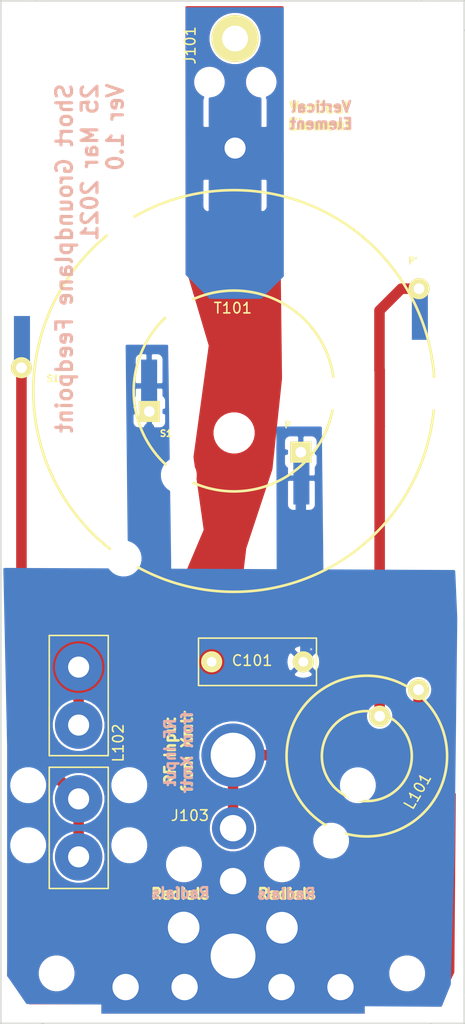
<source format=kicad_pcb>
(kicad_pcb (version 20171130) (host pcbnew "(5.1.9-0-10_14)")

  (general
    (thickness 1.6)
    (drawings 21)
    (tracks 22)
    (zones 0)
    (modules 53)
    (nets 6)
  )

  (page A4)
  (layers
    (0 F.Cu mixed)
    (31 B.Cu mixed)
    (32 B.Adhes user)
    (33 F.Adhes user)
    (34 B.Paste user)
    (35 F.Paste user)
    (36 B.SilkS user)
    (37 F.SilkS user)
    (38 B.Mask user)
    (39 F.Mask user)
    (40 Dwgs.User user)
    (41 Cmts.User user)
    (42 Eco1.User user)
    (43 Eco2.User user)
    (44 Edge.Cuts user)
    (45 Margin user)
    (46 B.CrtYd user)
    (47 F.CrtYd user)
    (48 B.Fab user)
    (49 F.Fab user)
  )

  (setup
    (last_trace_width 0.25)
    (user_trace_width 0.35)
    (user_trace_width 0.5)
    (user_trace_width 0.75)
    (user_trace_width 1)
    (trace_clearance 0.2)
    (zone_clearance 0.127)
    (zone_45_only yes)
    (trace_min 0.2)
    (via_size 0.6)
    (via_drill 0.4)
    (via_min_size 0.4)
    (via_min_drill 0.3)
    (uvia_size 0.3)
    (uvia_drill 0.1)
    (uvias_allowed no)
    (uvia_min_size 0.2)
    (uvia_min_drill 0.1)
    (edge_width 0.15)
    (segment_width 0.15)
    (pcb_text_width 0.3)
    (pcb_text_size 1.5 1.5)
    (mod_edge_width 0.15)
    (mod_text_size 1 1)
    (mod_text_width 0.15)
    (pad_size 4 4)
    (pad_drill 3)
    (pad_to_mask_clearance 0)
    (aux_axis_origin 0 0)
    (visible_elements FFFFFF7F)
    (pcbplotparams
      (layerselection 0x00030_ffffffff)
      (usegerberextensions false)
      (usegerberattributes true)
      (usegerberadvancedattributes true)
      (creategerberjobfile true)
      (excludeedgelayer true)
      (linewidth 0.100000)
      (plotframeref false)
      (viasonmask false)
      (mode 1)
      (useauxorigin false)
      (hpglpennumber 1)
      (hpglpenspeed 20)
      (hpglpendiameter 15.000000)
      (psnegative false)
      (psa4output false)
      (plotreference true)
      (plotvalue true)
      (plotinvisibletext false)
      (padsonsilk false)
      (subtractmaskfromsilk false)
      (outputformat 1)
      (mirror false)
      (drillshape 0)
      (scaleselection 1)
      (outputdirectory ""))
  )

  (net 0 "")
  (net 1 "Net-(J103-Pad1)")
  (net 2 "Net-(L101-Pad1)")
  (net 3 "Net-(C101-Pad1)")
  (net 4 GND)
  (net 5 "Net-(L102-Pad2)")

  (net_class Default "This is the default net class."
    (clearance 0.2)
    (trace_width 0.25)
    (via_dia 0.6)
    (via_drill 0.4)
    (uvia_dia 0.3)
    (uvia_drill 0.1)
    (add_net GND)
    (add_net "Net-(C101-Pad1)")
    (add_net "Net-(L102-Pad2)")
  )

  (net_class rf ""
    (clearance 0.2)
    (trace_width 1)
    (via_dia 1)
    (via_drill 0.7)
    (uvia_dia 0.3)
    (uvia_drill 0.1)
    (add_net "Net-(J103-Pad1)")
    (add_net "Net-(L101-Pad1)")
  )

  (module Mounting_Holes:MountingHole_3-5mm (layer F.Cu) (tedit 5CCF1ADE) (tstamp 606C5D2A)
    (at 117.39 138.91)
    (descr "Mounting hole, Befestigungsbohrung, 3,5mm, No Annular, Kein Restring,")
    (tags "Mounting hole, Befestigungsbohrung, 3,5mm, No Annular, Kein Restring,")
    (fp_text reference REF** (at 0 -4.50088) (layer F.SilkS) hide
      (effects (font (size 1 1) (thickness 0.15)))
    )
    (fp_text value MountingHole_3-5mm (at 0 5.00126) (layer F.Fab) hide
      (effects (font (size 1 1) (thickness 0.15)))
    )
    (fp_circle (center 0 0) (end 1.75 0) (layer Cmts.User) (width 0.381))
    (pad "" np_thru_hole circle (at 0 0) (size 3 3) (drill 3) (layers *.Cu *.Mask))
  )

  (module Mounting_Holes:MountingHole_3-5mm (layer F.Cu) (tedit 5CCF1ADE) (tstamp 606C5D19)
    (at 126.69 138.91)
    (descr "Mounting hole, Befestigungsbohrung, 3,5mm, No Annular, Kein Restring,")
    (tags "Mounting hole, Befestigungsbohrung, 3,5mm, No Annular, Kein Restring,")
    (fp_text reference REF** (at 0 -4.50088) (layer F.SilkS) hide
      (effects (font (size 1 1) (thickness 0.15)))
    )
    (fp_text value MountingHole_3-5mm (at 0 5.00126) (layer F.Fab) hide
      (effects (font (size 1 1) (thickness 0.15)))
    )
    (fp_circle (center 0 0) (end 1.75 0) (layer Cmts.User) (width 0.381))
    (pad "" np_thru_hole circle (at 0 0) (size 3 3) (drill 3) (layers *.Cu *.Mask))
  )

  (module Mounting_Holes:MountingHole_3-5mm (layer F.Cu) (tedit 606C5E3B) (tstamp 606C5CC5)
    (at 126.69 144.92)
    (descr "Mounting hole, Befestigungsbohrung, 3,5mm, No Annular, Kein Restring,")
    (tags "Mounting hole, Befestigungsbohrung, 3,5mm, No Annular, Kein Restring,")
    (fp_text reference REF** (at 0 -4.50088) (layer F.SilkS) hide
      (effects (font (size 1 1) (thickness 0.15)))
    )
    (fp_text value MountingHole_3-5mm (at 0 5.00126) (layer F.Fab) hide
      (effects (font (size 1 1) (thickness 0.15)))
    )
    (fp_circle (center 0 0) (end 1.75 0) (layer Cmts.User) (width 0.381))
    (pad "" thru_hole circle (at 0 0) (size 4 4) (drill 3) (layers *.Cu *.Mask)
      (net 4 GND))
  )

  (module Mounting_Holes:MountingHole_3-5mm (layer F.Cu) (tedit 606C5E30) (tstamp 606C5C54)
    (at 117.36 144.9)
    (descr "Mounting hole, Befestigungsbohrung, 3,5mm, No Annular, Kein Restring,")
    (tags "Mounting hole, Befestigungsbohrung, 3,5mm, No Annular, Kein Restring,")
    (fp_text reference REF** (at 0 -4.50088) (layer F.SilkS) hide
      (effects (font (size 1 1) (thickness 0.15)))
    )
    (fp_text value MountingHole_3-5mm (at 0 5.00126) (layer F.Fab) hide
      (effects (font (size 1 1) (thickness 0.15)))
    )
    (fp_circle (center 0 0) (end 1.75 0) (layer Cmts.User) (width 0.381))
    (pad "" thru_hole circle (at 0 0) (size 4 4) (drill 3) (layers *.Cu *.Mask)
      (net 4 GND))
  )

  (module Capacitors_ThroughHole:C_Disc_D7.5_P5 (layer F.Cu) (tedit 605D34D0) (tstamp 605D2AF8)
    (at 120.02 119.7)
    (descr "Capacitor 7.5mm Disc, Pitch 5mm")
    (tags Capacitor)
    (path /5DAB7A7E)
    (fp_text reference C101 (at 3.84 -0.12 180) (layer F.SilkS)
      (effects (font (size 1 1) (thickness 0.15)))
    )
    (fp_text value 470pF (at 2.5 3.5 180) (layer F.Fab) hide
      (effects (font (size 1 1) (thickness 0.15)))
    )
    (fp_line (start -1.25 2.25) (end -1.25 -2.25) (layer F.SilkS) (width 0.15))
    (fp_line (start 9.95 2.25) (end -1.25 2.25) (layer F.SilkS) (width 0.15))
    (fp_line (start 9.95 -2.25) (end 9.95 2.25) (layer F.SilkS) (width 0.15))
    (fp_line (start -1.25 -2.25) (end 9.95 -2.25) (layer F.SilkS) (width 0.15))
    (fp_line (start -1.2 2.2) (end -1.2 -2.2) (layer F.CrtYd) (width 0.05))
    (fp_line (start 9.9 2.2) (end -1.2 2.2) (layer F.CrtYd) (width 0.05))
    (fp_line (start 9.9 -2.2) (end 9.9 2.2) (layer F.CrtYd) (width 0.05))
    (fp_line (start -1.2 -2.2) (end 9.9 -2.2) (layer F.CrtYd) (width 0.05))
    (pad 1 thru_hole circle (at 0 0) (size 2 2) (drill 0.92) (layers *.Cu *.Mask F.SilkS)
      (net 3 "Net-(C101-Pad1)") (zone_connect 2))
    (pad 2 thru_hole circle (at 8.7 0) (size 2 2) (drill 0.92) (layers *.Cu *.Mask F.SilkS)
      (net 4 GND) (zone_connect 1) (thermal_width 0.5) (thermal_gap 0.5))
    (model Capacitors_ThroughHole.3dshapes/C_Disc_D7.5_P5.wrl
      (offset (xyz 2.500000042453766 0 0))
      (scale (xyz 1 1 1))
      (rotate (xyz 0 0 0))
    )
  )

  (module Oddities:Core_150A_2_windings_Horiz_TH (layer F.Cu) (tedit 605D2E19) (tstamp 5CCFD4B7)
    (at 122.14 94.01)
    (descr "Through hole toroid")
    (tags toroid)
    (path /5B35294B)
    (fp_text reference T101 (at -0.11 -7.86) (layer F.SilkS)
      (effects (font (size 1 1) (thickness 0.15)))
    )
    (fp_text value TRANSFO (at 0.3175 7.3914) (layer F.Fab) hide
      (effects (font (size 1 1) (thickness 0.15)))
    )
    (fp_circle (center 0 0) (end 19.05 0) (layer F.SilkS) (width 0.25))
    (fp_circle (center 0 0) (end 9.525 0) (layer F.SilkS) (width 0.25))
    (fp_text user P' (at 16.99 -12.34) (layer F.SilkS)
      (effects (font (size 0.6 0.6) (thickness 0.15)))
    )
    (fp_text user P (at 5.1 3.22) (layer F.SilkS)
      (effects (font (size 0.6 0.6) (thickness 0.15)))
    )
    (fp_text user S1' (at -17.05 -1.17) (layer F.SilkS)
      (effects (font (size 0.6 0.6) (thickness 0.15)))
    )
    (fp_text user S1 (at -6.45 4.03) (layer F.SilkS)
      (effects (font (size 0.6 0.6) (thickness 0.15)))
    )
    (pad 4 smd rect (at -20.1295 -4.61264) (size 1.524 5) (layers B.Cu B.Paste B.Mask)
      (net 5 "Net-(L102-Pad2)"))
    (pad 3 thru_hole rect (at -8.0391 1.9431) (size 2 2) (drill 1.016) (layers *.Cu *.Mask F.SilkS)
      (net 4 GND) (zone_connect 1) (thermal_width 0.5) (thermal_gap 0.5))
    (pad 4 thru_hole circle (at -20.1803 -2.2098) (size 2 2) (drill 1.016) (layers *.Cu *.Mask F.SilkS)
      (net 5 "Net-(L102-Pad2)"))
    (pad 2 thru_hole rect (at 6.34238 5.80644) (size 2 2) (drill 1.016) (layers *.Cu *.Mask F.SilkS)
      (net 4 GND) (zone_connect 1) (thermal_width 0.5) (thermal_gap 0.5))
    (pad 1 thru_hole circle (at 17.5641 -9.7028) (size 2 2) (drill 1.016) (layers *.Cu *.Mask F.SilkS)
      (net 2 "Net-(L101-Pad1)"))
    (pad 1 smd rect (at 17.64538 -7.35076) (size 1.524 5) (layers B.Cu B.Paste B.Mask)
      (net 2 "Net-(L101-Pad1)"))
    (pad 2 smd rect (at 6.39826 8.26516) (size 1.524 5) (layers B.Cu B.Paste B.Mask)
      (net 4 GND))
    (pad 3 smd rect (at -8.05942 -0.47752) (size 1.524 5) (layers B.Cu B.Paste B.Mask)
      (net 4 GND))
    (model Pin_Headers.3dshapes/Pin_Header_Straight_2x03.wrl
      (offset (xyz 1.269999980926514 -2.539999961853027 0))
      (scale (xyz 1 1 1))
      (rotate (xyz 0 0 90))
    )
  )

  (module Oddities:RG-174_Attachment (layer F.Cu) (tedit 605D2B46) (tstamp 605CFF21)
    (at 122.05 138.05)
    (tags "rod antenna")
    (path /5CCE8471)
    (clearance 0.1)
    (fp_text reference J103 (at -4.09 -3.77) (layer F.SilkS)
      (effects (font (size 1 1) (thickness 0.15)))
    )
    (fp_text value CONN_01X03 (at 4.2286 -6.858) (layer F.Fab) hide
      (effects (font (size 1 1) (thickness 0.15)))
    )
    (pad 2 thru_hole circle (at 4.6 12.5) (size 4 4) (drill 2.5) (layers *.Cu *.Mask)
      (net 4 GND))
    (pad 2 thru_hole circle (at -4.6 12.5) (size 4 4) (drill 2.5) (layers *.Cu *.Mask)
      (net 4 GND))
    (pad 2 thru_hole circle (at 10.2 12.5) (size 4 4) (drill 2.5) (layers *.Cu *.Mask)
      (net 4 GND))
    (pad 2 smd rect (at 0 10.02 270) (size 10 25) (layers B.Cu B.Paste B.Mask)
      (net 4 GND))
    (pad 2 smd rect (at 0 10.02 270) (size 10 25) (layers F.Cu F.Paste F.Mask)
      (net 4 GND))
    (pad 2 thru_hole circle (at 0 9.55) (size 6 6) (drill 4.25) (layers *.Cu *.Mask)
      (net 4 GND) (zone_connect 1) (thermal_width 0.7) (thermal_gap 0.5))
    (pad 1 thru_hole circle (at 0 -9.5) (size 6 6) (drill 4.25) (layers *.Cu *.Mask)
      (net 1 "Net-(J103-Pad1)") (thermal_width 0.7) (thermal_gap 0.5))
    (pad 2 thru_hole circle (at -10.2 12.5) (size 4 4) (drill 2.5) (layers *.Cu *.Mask)
      (net 4 GND))
    (pad 1 thru_hole circle (at 0 -2.57) (size 4 4) (drill 2.5) (layers *.Cu *.Mask)
      (net 1 "Net-(J103-Pad1)"))
    (pad 3 thru_hole circle (at 0 2.45) (size 4 4) (drill 2.5) (layers *.Cu *.Mask)
      (net 4 GND) (thermal_width 0.7) (thermal_gap 0.5))
  )

  (module Mounting_Holes:MountingHole_3-5mm (layer F.Cu) (tedit 5CCF1ADE) (tstamp 6055F809)
    (at 105.47 61.85)
    (descr "Mounting hole, Befestigungsbohrung, 3,5mm, No Annular, Kein Restring,")
    (tags "Mounting hole, Befestigungsbohrung, 3,5mm, No Annular, Kein Restring,")
    (fp_text reference REF** (at 0 -4.50088) (layer F.SilkS) hide
      (effects (font (size 1 1) (thickness 0.15)))
    )
    (fp_text value MountingHole_3-5mm (at 0 5.00126) (layer F.Fab) hide
      (effects (font (size 1 1) (thickness 0.15)))
    )
    (fp_circle (center 0 0) (end 1.75 0) (layer Cmts.User) (width 0.381))
    (pad "" np_thru_hole circle (at 0 0) (size 3 3) (drill 3) (layers *.Cu *.Mask))
  )

  (module Oddities:Wire_Strain_Relief_and_Attach (layer F.Cu) (tedit 605D2B9E) (tstamp 5CCFD47C)
    (at 122.24 98.97)
    (tags "rod antenna")
    (path /5AF0C8A1)
    (clearance 0.1)
    (fp_text reference J101 (at -4.26 -37.74 90) (layer F.SilkS)
      (effects (font (size 1 1) (thickness 0.15)))
    )
    (fp_text value "Thru Holes" (at -0.08382 -20.79244) (layer F.Fab) hide
      (effects (font (size 1 1) (thickness 0.15)))
    )
    (pad 1 smd rect (at 0 -27.5) (size 5 10) (layers B.Cu B.Paste B.Mask)
      (net 3 "Net-(C101-Pad1)"))
    (pad "" np_thru_hole circle (at 0 -38.39) (size 4.45 4.45) (drill 2.45) (layers *.Cu *.Mask F.SilkS))
    (pad "" np_thru_hole circle (at 2.48666 -34.25952) (size 2.5 2.5) (drill 2.5) (layers *.Cu *.Mask F.SilkS))
    (pad "" np_thru_hole circle (at -2.43078 -34.25952) (size 2.5 2.5) (drill 2.5) (layers *.Cu *.Mask F.SilkS))
    (pad 1 smd rect (at 0 -27.5) (size 5 10) (layers F.Cu)
      (net 3 "Net-(C101-Pad1)"))
    (pad 1 thru_hole circle (at 0 -28) (size 4 4) (drill 2) (layers *.Cu *.Mask)
      (net 3 "Net-(C101-Pad1)"))
  )

  (module Mounting_Holes:MountingHole_3-5mm (layer F.Cu) (tedit 5CCF1ADE) (tstamp 5E1C8B59)
    (at 112.2 131.4)
    (descr "Mounting hole, Befestigungsbohrung, 3,5mm, No Annular, Kein Restring,")
    (tags "Mounting hole, Befestigungsbohrung, 3,5mm, No Annular, Kein Restring,")
    (fp_text reference REF** (at 0 -4.50088) (layer F.SilkS) hide
      (effects (font (size 1 1) (thickness 0.15)))
    )
    (fp_text value MountingHole_3-5mm (at 0 5.00126) (layer F.Fab) hide
      (effects (font (size 1 1) (thickness 0.15)))
    )
    (fp_circle (center 0 0) (end 1.75 0) (layer Cmts.User) (width 0.381))
    (pad "" np_thru_hole circle (at 0 0) (size 3 3) (drill 3) (layers *.Cu *.Mask))
  )

  (module Mounting_Holes:MountingHole_3-5mm (layer F.Cu) (tedit 5CCF1ADE) (tstamp 5E1C8B4E)
    (at 102.6 131.4)
    (descr "Mounting hole, Befestigungsbohrung, 3,5mm, No Annular, Kein Restring,")
    (tags "Mounting hole, Befestigungsbohrung, 3,5mm, No Annular, Kein Restring,")
    (fp_text reference REF** (at 0 -4.50088) (layer F.SilkS) hide
      (effects (font (size 1 1) (thickness 0.15)))
    )
    (fp_text value MountingHole_3-5mm (at 0 5.00126) (layer F.Fab) hide
      (effects (font (size 1 1) (thickness 0.15)))
    )
    (fp_circle (center 0 0) (end 1.75 0) (layer Cmts.User) (width 0.381))
    (pad "" np_thru_hole circle (at 0 0) (size 3 3) (drill 3) (layers *.Cu *.Mask))
  )

  (module Inductors:Toroid_T-60_2TH (layer F.Cu) (tedit 5DACC4D9) (tstamp 5CCFD4A9)
    (at 134.75 128.64 240)
    (descr "T-60 Toroid")
    (tags "toroid inductor")
    (path /5AEDE7A1)
    (fp_text reference L101 (at 0.480833 -5.840702 240) (layer F.SilkS)
      (effects (font (size 1 1) (thickness 0.15)))
    )
    (fp_text value 3.7uH (at 0.444499 -5.2324 240) (layer F.Fab)
      (effects (font (size 1 1) (thickness 0.15)))
    )
    (fp_circle (center 0 0) (end 4.27 0) (layer F.SilkS) (width 0.25))
    (fp_circle (center 0 0) (end 7.62 0) (layer F.SilkS) (width 0.25))
    (fp_circle (center 0 0) (end 8 0) (layer F.CrtYd) (width 0.25))
    (pad 2 thru_hole circle (at -7.9121 -1.1049 240) (size 2 2) (drill 1.016) (layers *.Cu *.Mask F.SilkS)
      (net 1 "Net-(J103-Pad1)"))
    (pad 1 thru_hole circle (at -3.8862 0.8382 240) (size 2 2) (drill 1.016) (layers *.Cu *.Mask F.SilkS)
      (net 2 "Net-(L101-Pad1)"))
    (model Pin_Headers.3dshapes/Pin_Header_Straight_2x03.wrl
      (offset (xyz 1.269999980926514 -2.539999961853027 0))
      (scale (xyz 1 1 1))
      (rotate (xyz 0 0 90))
    )
  )

  (module Mounting_Holes:MountingHole_3-5mm (layer F.Cu) (tedit 5CCF1ADE) (tstamp 5E1BEEAF)
    (at 131.36 136.66)
    (descr "Mounting hole, Befestigungsbohrung, 3,5mm, No Annular, Kein Restring,")
    (tags "Mounting hole, Befestigungsbohrung, 3,5mm, No Annular, Kein Restring,")
    (fp_text reference REF** (at 0 -4.50088) (layer F.SilkS) hide
      (effects (font (size 1 1) (thickness 0.15)))
    )
    (fp_text value MountingHole_3-5mm (at 0 5.00126) (layer F.Fab) hide
      (effects (font (size 1 1) (thickness 0.15)))
    )
    (fp_circle (center 0 0) (end 1.75 0) (layer Cmts.User) (width 0.381))
    (pad "" np_thru_hole circle (at 0 0) (size 3 3) (drill 3) (layers *.Cu *.Mask))
  )

  (module Mounting_Holes:MountingHole_3-5mm (layer F.Cu) (tedit 5CCF1ADE) (tstamp 5E1BEEA3)
    (at 133.9 131.41)
    (descr "Mounting hole, Befestigungsbohrung, 3,5mm, No Annular, Kein Restring,")
    (tags "Mounting hole, Befestigungsbohrung, 3,5mm, No Annular, Kein Restring,")
    (fp_text reference REF** (at 0 -4.50088) (layer F.SilkS) hide
      (effects (font (size 1 1) (thickness 0.15)))
    )
    (fp_text value MountingHole_3-5mm (at 0 5.00126) (layer F.Fab) hide
      (effects (font (size 1 1) (thickness 0.15)))
    )
    (fp_circle (center 0 0) (end 1.75 0) (layer Cmts.User) (width 0.381))
    (pad "" np_thru_hole circle (at 0 0) (size 3 3) (drill 3) (layers *.Cu *.Mask))
  )

  (module Mounting_Holes:MountingHole_3-5mm (layer F.Cu) (tedit 5CCF1ADE) (tstamp 5E1BEE65)
    (at 105.3 149.25)
    (descr "Mounting hole, Befestigungsbohrung, 3,5mm, No Annular, Kein Restring,")
    (tags "Mounting hole, Befestigungsbohrung, 3,5mm, No Annular, Kein Restring,")
    (fp_text reference REF** (at 0 -4.50088) (layer F.SilkS) hide
      (effects (font (size 1 1) (thickness 0.15)))
    )
    (fp_text value MountingHole_3-5mm (at 0 5.00126) (layer F.Fab) hide
      (effects (font (size 1 1) (thickness 0.15)))
    )
    (fp_circle (center 0 0) (end 1.75 0) (layer Cmts.User) (width 0.381))
    (pad "" np_thru_hole circle (at 0 0) (size 3 3) (drill 3) (layers *.Cu *.Mask))
  )

  (module Mounting_Holes:MountingHole_3-5mm (layer F.Cu) (tedit 60564B4B) (tstamp 5E1A286C)
    (at 112.2 137.1)
    (descr "Mounting hole, Befestigungsbohrung, 3,5mm, No Annular, Kein Restring,")
    (tags "Mounting hole, Befestigungsbohrung, 3,5mm, No Annular, Kein Restring,")
    (fp_text reference REF** (at 0 -4.50088) (layer F.SilkS) hide
      (effects (font (size 1 1) (thickness 0.15)))
    )
    (fp_text value MountingHole_3-5mm (at 0 5.00126) (layer F.Fab) hide
      (effects (font (size 1 1) (thickness 0.15)))
    )
    (fp_circle (center 0 0) (end 1.75 0) (layer Cmts.User) (width 0.381))
    (pad "" np_thru_hole circle (at 0 0) (size 3 3) (drill 3) (layers *.Cu *.Mask))
  )

  (module Mounting_Holes:MountingHole_3-5mm (layer F.Cu) (tedit 5CCF1ADE) (tstamp 5E1A282B)
    (at 102.6 137.1)
    (descr "Mounting hole, Befestigungsbohrung, 3,5mm, No Annular, Kein Restring,")
    (tags "Mounting hole, Befestigungsbohrung, 3,5mm, No Annular, Kein Restring,")
    (fp_text reference REF** (at 0 -4.50088) (layer F.SilkS) hide
      (effects (font (size 1 1) (thickness 0.15)))
    )
    (fp_text value MountingHole_3-5mm (at 0 5.00126) (layer F.Fab) hide
      (effects (font (size 1 1) (thickness 0.15)))
    )
    (fp_circle (center 0 0) (end 1.75 0) (layer Cmts.User) (width 0.381))
    (pad "" np_thru_hole circle (at 0 0) (size 3 3) (drill 3) (layers *.Cu *.Mask))
  )

  (module Mounting_Holes:MountingHole_3-5mm (layer F.Cu) (tedit 5E1D22C5) (tstamp 5DACB3EF)
    (at 122.15 97.99)
    (descr "Mounting hole, Befestigungsbohrung, 3,5mm, No Annular, Kein Restring,")
    (tags "Mounting hole, Befestigungsbohrung, 3,5mm, No Annular, Kein Restring,")
    (fp_text reference REF** (at 0 -4.50088) (layer F.SilkS) hide
      (effects (font (size 1 1) (thickness 0.15)))
    )
    (fp_text value MountingHole_3-5mm (at 0 5.00126) (layer F.Fab) hide
      (effects (font (size 1 1) (thickness 0.15)))
    )
    (pad "" np_thru_hole circle (at 0 0) (size 3.5 3.5) (drill 3.5) (layers *.Cu *.Mask))
  )

  (module Mounting_Holes:MountingHole_3-5mm (layer F.Cu) (tedit 5CCF1ADE) (tstamp 5CD2A0A9)
    (at 138.58 149.25)
    (descr "Mounting hole, Befestigungsbohrung, 3,5mm, No Annular, Kein Restring,")
    (tags "Mounting hole, Befestigungsbohrung, 3,5mm, No Annular, Kein Restring,")
    (fp_text reference REF** (at 0 -4.50088) (layer F.SilkS) hide
      (effects (font (size 1 1) (thickness 0.15)))
    )
    (fp_text value MountingHole_3-5mm (at 0 5.00126) (layer F.Fab) hide
      (effects (font (size 1 1) (thickness 0.15)))
    )
    (fp_circle (center 0 0) (end 1.75 0) (layer Cmts.User) (width 0.381))
    (pad "" np_thru_hole circle (at 0 0) (size 3 3) (drill 3) (layers *.Cu *.Mask))
  )

  (module Mounting_Holes:MountingHole_3-5mm (layer F.Cu) (tedit 5CCF1ADE) (tstamp 5CD2A0A3)
    (at 138.54 62.18)
    (descr "Mounting hole, Befestigungsbohrung, 3,5mm, No Annular, Kein Restring,")
    (tags "Mounting hole, Befestigungsbohrung, 3,5mm, No Annular, Kein Restring,")
    (fp_text reference REF** (at 0 -4.50088) (layer F.SilkS) hide
      (effects (font (size 1 1) (thickness 0.15)))
    )
    (fp_text value MountingHole_3-5mm (at 0 5.00126) (layer F.Fab) hide
      (effects (font (size 1 1) (thickness 0.15)))
    )
    (fp_circle (center 0 0) (end 1.75 0) (layer Cmts.User) (width 0.381))
    (pad "" np_thru_hole circle (at 0 0) (size 3 3) (drill 3) (layers *.Cu *.Mask))
  )

  (module Mounting_Holes:NP_Thru_Hole_0.5mm (layer F.Cu) (tedit 5CCF1CB9) (tstamp 5CD29FD9)
    (at 141.56 153.53 180)
    (descr "Mounting hole, Befestigungsbohrung, 2,5mm, No Annular, Kein Restring,")
    (tags "Mounting hole, Befestigungsbohrung, 2,5mm, No Annular, Kein Restring,")
    (fp_text reference REF** (at 0 -3.50012 180) (layer F.SilkS) hide
      (effects (font (size 1 1) (thickness 0.15)))
    )
    (fp_text value NP_Thru_Hole_0.5mm (at 0.09906 3.59918 180) (layer F.Fab) hide
      (effects (font (size 1 1) (thickness 0.15)))
    )
    (pad "" np_thru_hole circle (at 0 0 180) (size 0.5 0.5) (drill 0.5) (layers *.Cu *.Mask))
  )

  (module Mounting_Holes:NP_Thru_Hole_0.5mm (layer F.Cu) (tedit 5CCF1CB9) (tstamp 5CD29FD5)
    (at 140.8 153.64 180)
    (descr "Mounting hole, Befestigungsbohrung, 2,5mm, No Annular, Kein Restring,")
    (tags "Mounting hole, Befestigungsbohrung, 2,5mm, No Annular, Kein Restring,")
    (fp_text reference REF** (at 0 -3.50012 180) (layer F.SilkS) hide
      (effects (font (size 1 1) (thickness 0.15)))
    )
    (fp_text value NP_Thru_Hole_0.5mm (at 0.09906 3.59918 180) (layer F.Fab) hide
      (effects (font (size 1 1) (thickness 0.15)))
    )
    (pad "" np_thru_hole circle (at 0 0 180) (size 0.5 0.5) (drill 0.5) (layers *.Cu *.Mask))
  )

  (module Mounting_Holes:NP_Thru_Hole_0.5mm (layer F.Cu) (tedit 5CCF1CB9) (tstamp 5CD29FD1)
    (at 142.32 153.25 180)
    (descr "Mounting hole, Befestigungsbohrung, 2,5mm, No Annular, Kein Restring,")
    (tags "Mounting hole, Befestigungsbohrung, 2,5mm, No Annular, Kein Restring,")
    (fp_text reference REF** (at 0 -3.50012 180) (layer F.SilkS) hide
      (effects (font (size 1 1) (thickness 0.15)))
    )
    (fp_text value NP_Thru_Hole_0.5mm (at 0.09906 3.59918 180) (layer F.Fab) hide
      (effects (font (size 1 1) (thickness 0.15)))
    )
    (pad "" np_thru_hole circle (at 0 0 180) (size 0.5 0.5) (drill 0.5) (layers *.Cu *.Mask))
  )

  (module Mounting_Holes:NP_Thru_Hole_0.5mm (layer F.Cu) (tedit 5CCF1CB9) (tstamp 5CD29FC9)
    (at 142.83 152.67 180)
    (descr "Mounting hole, Befestigungsbohrung, 2,5mm, No Annular, Kein Restring,")
    (tags "Mounting hole, Befestigungsbohrung, 2,5mm, No Annular, Kein Restring,")
    (fp_text reference REF** (at 0 -3.50012 180) (layer F.SilkS) hide
      (effects (font (size 1 1) (thickness 0.15)))
    )
    (fp_text value NP_Thru_Hole_0.5mm (at 0.09906 3.59918 180) (layer F.Fab) hide
      (effects (font (size 1 1) (thickness 0.15)))
    )
    (pad "" np_thru_hole circle (at 0 0 180) (size 0.5 0.5) (drill 0.5) (layers *.Cu *.Mask))
  )

  (module Mounting_Holes:NP_Thru_Hole_0.5mm (layer F.Cu) (tedit 5CCF1CB9) (tstamp 5CD29FC5)
    (at 143.31 152.07 180)
    (descr "Mounting hole, Befestigungsbohrung, 2,5mm, No Annular, Kein Restring,")
    (tags "Mounting hole, Befestigungsbohrung, 2,5mm, No Annular, Kein Restring,")
    (fp_text reference REF** (at 0 -3.50012 180) (layer F.SilkS) hide
      (effects (font (size 1 1) (thickness 0.15)))
    )
    (fp_text value NP_Thru_Hole_0.5mm (at 0.09906 3.59918 180) (layer F.Fab) hide
      (effects (font (size 1 1) (thickness 0.15)))
    )
    (pad "" np_thru_hole circle (at 0 0 180) (size 0.5 0.5) (drill 0.5) (layers *.Cu *.Mask))
  )

  (module Mounting_Holes:NP_Thru_Hole_0.5mm (layer F.Cu) (tedit 5CCF1CB9) (tstamp 5CD29FC1)
    (at 143.6 151.37 180)
    (descr "Mounting hole, Befestigungsbohrung, 2,5mm, No Annular, Kein Restring,")
    (tags "Mounting hole, Befestigungsbohrung, 2,5mm, No Annular, Kein Restring,")
    (fp_text reference REF** (at 0 -3.50012 180) (layer F.SilkS) hide
      (effects (font (size 1 1) (thickness 0.15)))
    )
    (fp_text value NP_Thru_Hole_0.5mm (at 0.09906 3.59918 180) (layer F.Fab) hide
      (effects (font (size 1 1) (thickness 0.15)))
    )
    (pad "" np_thru_hole circle (at 0 0 180) (size 0.5 0.5) (drill 0.5) (layers *.Cu *.Mask))
  )

  (module Mounting_Holes:NP_Thru_Hole_0.5mm (layer B.Cu) (tedit 5CCF1CB9) (tstamp 5CD29FBD)
    (at 100.36 151.22)
    (descr "Mounting hole, Befestigungsbohrung, 2,5mm, No Annular, Kein Restring,")
    (tags "Mounting hole, Befestigungsbohrung, 2,5mm, No Annular, Kein Restring,")
    (fp_text reference REF** (at 0 3.50012) (layer B.SilkS) hide
      (effects (font (size 1 1) (thickness 0.15)) (justify mirror))
    )
    (fp_text value NP_Thru_Hole_0.5mm (at 0.09906 -3.59918) (layer B.Fab) hide
      (effects (font (size 1 1) (thickness 0.15)) (justify mirror))
    )
    (pad "" np_thru_hole circle (at 0 0) (size 0.5 0.5) (drill 0.5) (layers *.Cu *.Mask))
  )

  (module Mounting_Holes:NP_Thru_Hole_0.5mm (layer B.Cu) (tedit 5CCF1CB9) (tstamp 5CD29FB9)
    (at 100.7 151.91)
    (descr "Mounting hole, Befestigungsbohrung, 2,5mm, No Annular, Kein Restring,")
    (tags "Mounting hole, Befestigungsbohrung, 2,5mm, No Annular, Kein Restring,")
    (fp_text reference REF** (at 0 3.50012) (layer B.SilkS) hide
      (effects (font (size 1 1) (thickness 0.15)) (justify mirror))
    )
    (fp_text value NP_Thru_Hole_0.5mm (at 0.09906 -3.59918) (layer B.Fab) hide
      (effects (font (size 1 1) (thickness 0.15)) (justify mirror))
    )
    (pad "" np_thru_hole circle (at 0 0) (size 0.5 0.5) (drill 0.5) (layers *.Cu *.Mask))
  )

  (module Mounting_Holes:NP_Thru_Hole_0.5mm (layer B.Cu) (tedit 5CCF1CB9) (tstamp 5CD29FB5)
    (at 101.17 152.5)
    (descr "Mounting hole, Befestigungsbohrung, 2,5mm, No Annular, Kein Restring,")
    (tags "Mounting hole, Befestigungsbohrung, 2,5mm, No Annular, Kein Restring,")
    (fp_text reference REF** (at 0 3.50012) (layer B.SilkS) hide
      (effects (font (size 1 1) (thickness 0.15)) (justify mirror))
    )
    (fp_text value NP_Thru_Hole_0.5mm (at 0.09906 -3.59918) (layer B.Fab) hide
      (effects (font (size 1 1) (thickness 0.15)) (justify mirror))
    )
    (pad "" np_thru_hole circle (at 0 0) (size 0.5 0.5) (drill 0.5) (layers *.Cu *.Mask))
  )

  (module Mounting_Holes:NP_Thru_Hole_0.5mm (layer B.Cu) (tedit 5CCF1CB9) (tstamp 5CD29FB1)
    (at 103.97 153.67)
    (descr "Mounting hole, Befestigungsbohrung, 2,5mm, No Annular, Kein Restring,")
    (tags "Mounting hole, Befestigungsbohrung, 2,5mm, No Annular, Kein Restring,")
    (fp_text reference REF** (at 0 3.50012) (layer B.SilkS) hide
      (effects (font (size 1 1) (thickness 0.15)) (justify mirror))
    )
    (fp_text value NP_Thru_Hole_0.5mm (at 0.09906 -3.59918) (layer B.Fab) hide
      (effects (font (size 1 1) (thickness 0.15)) (justify mirror))
    )
    (pad "" np_thru_hole circle (at 0 0) (size 0.5 0.5) (drill 0.5) (layers *.Cu *.Mask))
  )

  (module Mounting_Holes:NP_Thru_Hole_0.5mm (layer B.Cu) (tedit 5CCF1CB9) (tstamp 5CD29FAD)
    (at 101.75 153.03)
    (descr "Mounting hole, Befestigungsbohrung, 2,5mm, No Annular, Kein Restring,")
    (tags "Mounting hole, Befestigungsbohrung, 2,5mm, No Annular, Kein Restring,")
    (fp_text reference REF** (at 0 3.50012) (layer B.SilkS) hide
      (effects (font (size 1 1) (thickness 0.15)) (justify mirror))
    )
    (fp_text value NP_Thru_Hole_0.5mm (at 0.09906 -3.59918) (layer B.Fab) hide
      (effects (font (size 1 1) (thickness 0.15)) (justify mirror))
    )
    (pad "" np_thru_hole circle (at 0 0) (size 0.5 0.5) (drill 0.5) (layers *.Cu *.Mask))
  )

  (module Mounting_Holes:NP_Thru_Hole_0.5mm (layer B.Cu) (tedit 5CCF1CB9) (tstamp 5CD29FA9)
    (at 103.22 153.49)
    (descr "Mounting hole, Befestigungsbohrung, 2,5mm, No Annular, Kein Restring,")
    (tags "Mounting hole, Befestigungsbohrung, 2,5mm, No Annular, Kein Restring,")
    (fp_text reference REF** (at 0 3.50012) (layer B.SilkS) hide
      (effects (font (size 1 1) (thickness 0.15)) (justify mirror))
    )
    (fp_text value NP_Thru_Hole_0.5mm (at 0.09906 -3.59918) (layer B.Fab) hide
      (effects (font (size 1 1) (thickness 0.15)) (justify mirror))
    )
    (pad "" np_thru_hole circle (at 0 0) (size 0.5 0.5) (drill 0.5) (layers *.Cu *.Mask))
  )

  (module Mounting_Holes:NP_Thru_Hole_0.5mm (layer B.Cu) (tedit 5CCF1CB9) (tstamp 5CD29FA5)
    (at 102.47 153.37)
    (descr "Mounting hole, Befestigungsbohrung, 2,5mm, No Annular, Kein Restring,")
    (tags "Mounting hole, Befestigungsbohrung, 2,5mm, No Annular, Kein Restring,")
    (fp_text reference REF** (at 0 3.50012) (layer B.SilkS) hide
      (effects (font (size 1 1) (thickness 0.15)) (justify mirror))
    )
    (fp_text value NP_Thru_Hole_0.5mm (at 0.09906 -3.59918) (layer B.Fab) hide
      (effects (font (size 1 1) (thickness 0.15)) (justify mirror))
    )
    (pad "" np_thru_hole circle (at 0 0) (size 0.5 0.5) (drill 0.5) (layers *.Cu *.Mask))
  )

  (module Mounting_Holes:NP_Thru_Hole_0.5mm (layer B.Cu) (tedit 5CCF1CB9) (tstamp 5CD29F19)
    (at 143.66 59.79 180)
    (descr "Mounting hole, Befestigungsbohrung, 2,5mm, No Annular, Kein Restring,")
    (tags "Mounting hole, Befestigungsbohrung, 2,5mm, No Annular, Kein Restring,")
    (fp_text reference REF** (at 0 3.50012 180) (layer B.SilkS) hide
      (effects (font (size 1 1) (thickness 0.15)) (justify mirror))
    )
    (fp_text value NP_Thru_Hole_0.5mm (at 0.09906 -3.59918 180) (layer B.Fab) hide
      (effects (font (size 1 1) (thickness 0.15)) (justify mirror))
    )
    (pad "" np_thru_hole circle (at 0 0 180) (size 0.5 0.5) (drill 0.5) (layers *.Cu *.Mask))
  )

  (module Mounting_Holes:NP_Thru_Hole_0.5mm (layer B.Cu) (tedit 5CCF1CB9) (tstamp 5CD29F15)
    (at 143.42 59.03 180)
    (descr "Mounting hole, Befestigungsbohrung, 2,5mm, No Annular, Kein Restring,")
    (tags "Mounting hole, Befestigungsbohrung, 2,5mm, No Annular, Kein Restring,")
    (fp_text reference REF** (at 0 3.50012 180) (layer B.SilkS) hide
      (effects (font (size 1 1) (thickness 0.15)) (justify mirror))
    )
    (fp_text value NP_Thru_Hole_0.5mm (at 0.09906 -3.59918 180) (layer B.Fab) hide
      (effects (font (size 1 1) (thickness 0.15)) (justify mirror))
    )
    (pad "" np_thru_hole circle (at 0 0 180) (size 0.5 0.5) (drill 0.5) (layers *.Cu *.Mask))
  )

  (module Mounting_Holes:NP_Thru_Hole_0.5mm (layer B.Cu) (tedit 5CCF1CB9) (tstamp 5CD29F11)
    (at 142.88 58.42 180)
    (descr "Mounting hole, Befestigungsbohrung, 2,5mm, No Annular, Kein Restring,")
    (tags "Mounting hole, Befestigungsbohrung, 2,5mm, No Annular, Kein Restring,")
    (fp_text reference REF** (at 0 3.50012 180) (layer B.SilkS) hide
      (effects (font (size 1 1) (thickness 0.15)) (justify mirror))
    )
    (fp_text value NP_Thru_Hole_0.5mm (at 0.09906 -3.59918 180) (layer B.Fab) hide
      (effects (font (size 1 1) (thickness 0.15)) (justify mirror))
    )
    (pad "" np_thru_hole circle (at 0 0 180) (size 0.5 0.5) (drill 0.5) (layers *.Cu *.Mask))
  )

  (module Mounting_Holes:NP_Thru_Hole_0.5mm (layer B.Cu) (tedit 5CCF1CB9) (tstamp 5CD29F0D)
    (at 139.93 57.35 180)
    (descr "Mounting hole, Befestigungsbohrung, 2,5mm, No Annular, Kein Restring,")
    (tags "Mounting hole, Befestigungsbohrung, 2,5mm, No Annular, Kein Restring,")
    (fp_text reference REF** (at 0 3.50012 180) (layer B.SilkS) hide
      (effects (font (size 1 1) (thickness 0.15)) (justify mirror))
    )
    (fp_text value NP_Thru_Hole_0.5mm (at 0.09906 -3.59918 180) (layer B.Fab) hide
      (effects (font (size 1 1) (thickness 0.15)) (justify mirror))
    )
    (pad "" np_thru_hole circle (at 0 0 180) (size 0.5 0.5) (drill 0.5) (layers *.Cu *.Mask))
  )

  (module Mounting_Holes:NP_Thru_Hole_0.5mm (layer B.Cu) (tedit 5CCF1CB9) (tstamp 5CD29F09)
    (at 142.28 57.92 180)
    (descr "Mounting hole, Befestigungsbohrung, 2,5mm, No Annular, Kein Restring,")
    (tags "Mounting hole, Befestigungsbohrung, 2,5mm, No Annular, Kein Restring,")
    (fp_text reference REF** (at 0 3.50012 180) (layer B.SilkS) hide
      (effects (font (size 1 1) (thickness 0.15)) (justify mirror))
    )
    (fp_text value NP_Thru_Hole_0.5mm (at 0.09906 -3.59918 180) (layer B.Fab) hide
      (effects (font (size 1 1) (thickness 0.15)) (justify mirror))
    )
    (pad "" np_thru_hole circle (at 0 0 180) (size 0.5 0.5) (drill 0.5) (layers *.Cu *.Mask))
  )

  (module Mounting_Holes:NP_Thru_Hole_0.5mm (layer B.Cu) (tedit 5CCF1CB9) (tstamp 5CD29F05)
    (at 140.77 57.46 180)
    (descr "Mounting hole, Befestigungsbohrung, 2,5mm, No Annular, Kein Restring,")
    (tags "Mounting hole, Befestigungsbohrung, 2,5mm, No Annular, Kein Restring,")
    (fp_text reference REF** (at 0 3.50012 180) (layer B.SilkS) hide
      (effects (font (size 1 1) (thickness 0.15)) (justify mirror))
    )
    (fp_text value NP_Thru_Hole_0.5mm (at 0.09906 -3.59918 180) (layer B.Fab) hide
      (effects (font (size 1 1) (thickness 0.15)) (justify mirror))
    )
    (pad "" np_thru_hole circle (at 0 0 180) (size 0.5 0.5) (drill 0.5) (layers *.Cu *.Mask))
  )

  (module Mounting_Holes:NP_Thru_Hole_0.5mm (layer B.Cu) (tedit 5CCF1CB9) (tstamp 5CD29F01)
    (at 141.57 57.61 180)
    (descr "Mounting hole, Befestigungsbohrung, 2,5mm, No Annular, Kein Restring,")
    (tags "Mounting hole, Befestigungsbohrung, 2,5mm, No Annular, Kein Restring,")
    (fp_text reference REF** (at 0 3.50012 180) (layer B.SilkS) hide
      (effects (font (size 1 1) (thickness 0.15)) (justify mirror))
    )
    (fp_text value NP_Thru_Hole_0.5mm (at 0.09906 -3.59918 180) (layer B.Fab) hide
      (effects (font (size 1 1) (thickness 0.15)) (justify mirror))
    )
    (pad "" np_thru_hole circle (at 0 0 180) (size 0.5 0.5) (drill 0.5) (layers *.Cu *.Mask))
  )

  (module Mounting_Holes:NP_Thru_Hole_0.5mm (layer F.Cu) (tedit 5CCF1CB9) (tstamp 5CD29ED2)
    (at 102.53 57.56)
    (descr "Mounting hole, Befestigungsbohrung, 2,5mm, No Annular, Kein Restring,")
    (tags "Mounting hole, Befestigungsbohrung, 2,5mm, No Annular, Kein Restring,")
    (fp_text reference REF** (at 0 -3.50012) (layer F.SilkS) hide
      (effects (font (size 1 1) (thickness 0.15)))
    )
    (fp_text value NP_Thru_Hole_0.5mm (at 0.09906 3.59918) (layer F.Fab) hide
      (effects (font (size 1 1) (thickness 0.15)))
    )
    (pad "" np_thru_hole circle (at 0 0) (size 0.5 0.5) (drill 0.5) (layers *.Cu *.Mask))
  )

  (module Mounting_Holes:NP_Thru_Hole_0.5mm (layer F.Cu) (tedit 5CCF1CB9) (tstamp 5CD29ECE)
    (at 103.28 57.35)
    (descr "Mounting hole, Befestigungsbohrung, 2,5mm, No Annular, Kein Restring,")
    (tags "Mounting hole, Befestigungsbohrung, 2,5mm, No Annular, Kein Restring,")
    (fp_text reference REF** (at 0 -3.50012) (layer F.SilkS) hide
      (effects (font (size 1 1) (thickness 0.15)))
    )
    (fp_text value NP_Thru_Hole_0.5mm (at 0.09906 3.59918) (layer F.Fab) hide
      (effects (font (size 1 1) (thickness 0.15)))
    )
    (pad "" np_thru_hole circle (at 0 0) (size 0.5 0.5) (drill 0.5) (layers *.Cu *.Mask))
  )

  (module Mounting_Holes:NP_Thru_Hole_0.5mm (layer F.Cu) (tedit 5CCF1CB9) (tstamp 5CD29ECA)
    (at 101.83 57.87)
    (descr "Mounting hole, Befestigungsbohrung, 2,5mm, No Annular, Kein Restring,")
    (tags "Mounting hole, Befestigungsbohrung, 2,5mm, No Annular, Kein Restring,")
    (fp_text reference REF** (at 0 -3.50012) (layer F.SilkS) hide
      (effects (font (size 1 1) (thickness 0.15)))
    )
    (fp_text value NP_Thru_Hole_0.5mm (at 0.09906 3.59918) (layer F.Fab) hide
      (effects (font (size 1 1) (thickness 0.15)))
    )
    (pad "" np_thru_hole circle (at 0 0) (size 0.5 0.5) (drill 0.5) (layers *.Cu *.Mask))
  )

  (module Mounting_Holes:NP_Thru_Hole_0.5mm (layer F.Cu) (tedit 5CCF1CB9) (tstamp 5CD29EBE)
    (at 101.19 58.29)
    (descr "Mounting hole, Befestigungsbohrung, 2,5mm, No Annular, Kein Restring,")
    (tags "Mounting hole, Befestigungsbohrung, 2,5mm, No Annular, Kein Restring,")
    (fp_text reference REF** (at 0 -3.50012) (layer F.SilkS) hide
      (effects (font (size 1 1) (thickness 0.15)))
    )
    (fp_text value NP_Thru_Hole_0.5mm (at 0.09906 3.59918) (layer F.Fab) hide
      (effects (font (size 1 1) (thickness 0.15)))
    )
    (pad "" np_thru_hole circle (at 0 0) (size 0.5 0.5) (drill 0.5) (layers *.Cu *.Mask))
  )

  (module Mounting_Holes:NP_Thru_Hole_0.5mm (layer F.Cu) (tedit 5CCF1CB9) (tstamp 5CD29EB6)
    (at 100.63 58.85)
    (descr "Mounting hole, Befestigungsbohrung, 2,5mm, No Annular, Kein Restring,")
    (tags "Mounting hole, Befestigungsbohrung, 2,5mm, No Annular, Kein Restring,")
    (fp_text reference REF** (at 0 -3.50012) (layer F.SilkS) hide
      (effects (font (size 1 1) (thickness 0.15)))
    )
    (fp_text value NP_Thru_Hole_0.5mm (at 0.09906 3.59918) (layer F.Fab) hide
      (effects (font (size 1 1) (thickness 0.15)))
    )
    (pad "" np_thru_hole circle (at 0 0) (size 0.5 0.5) (drill 0.5) (layers *.Cu *.Mask))
  )

  (module Mounting_Holes:NP_Thru_Hole_0.5mm (layer F.Cu) (tedit 5CCF1CB9) (tstamp 5CD29EAE)
    (at 100.38 59.6)
    (descr "Mounting hole, Befestigungsbohrung, 2,5mm, No Annular, Kein Restring,")
    (tags "Mounting hole, Befestigungsbohrung, 2,5mm, No Annular, Kein Restring,")
    (fp_text reference REF** (at 0 -3.50012) (layer F.SilkS) hide
      (effects (font (size 1 1) (thickness 0.15)))
    )
    (fp_text value NP_Thru_Hole_0.5mm (at 0.09906 3.59918) (layer F.Fab) hide
      (effects (font (size 1 1) (thickness 0.15)))
    )
    (pad "" np_thru_hole circle (at 0 0) (size 0.5 0.5) (drill 0.5) (layers *.Cu *.Mask))
  )

  (module Mounting_Holes:MountingHole_3-5mm (layer F.Cu) (tedit 5CCF1ADE) (tstamp 5CD0DD23)
    (at 111.66 109.9)
    (descr "Mounting hole, Befestigungsbohrung, 3,5mm, No Annular, Kein Restring,")
    (tags "Mounting hole, Befestigungsbohrung, 3,5mm, No Annular, Kein Restring,")
    (fp_text reference REF** (at 0 -4.50088) (layer F.SilkS) hide
      (effects (font (size 1 1) (thickness 0.15)))
    )
    (fp_text value MountingHole_3-5mm (at 0 5.00126) (layer F.Fab) hide
      (effects (font (size 1 1) (thickness 0.15)))
    )
    (fp_circle (center 0 0) (end 1.75 0) (layer Cmts.User) (width 0.381))
    (pad "" np_thru_hole circle (at 0 0) (size 3 3) (drill 3) (layers *.Cu *.Mask))
  )

  (module Mounting_Holes:MountingHole_3-5mm (layer F.Cu) (tedit 5CCF1ADE) (tstamp 5CD0DD1D)
    (at 116.9 101.99)
    (descr "Mounting hole, Befestigungsbohrung, 3,5mm, No Annular, Kein Restring,")
    (tags "Mounting hole, Befestigungsbohrung, 3,5mm, No Annular, Kein Restring,")
    (fp_text reference REF** (at 0 -4.50088) (layer F.SilkS) hide
      (effects (font (size 1 1) (thickness 0.15)))
    )
    (fp_text value MountingHole_3-5mm (at 0 5.00126) (layer F.Fab) hide
      (effects (font (size 1 1) (thickness 0.15)))
    )
    (fp_circle (center 0 0) (end 1.75 0) (layer Cmts.User) (width 0.381))
    (pad "" np_thru_hole circle (at 0 0) (size 3 3) (drill 3) (layers *.Cu *.Mask))
  )

  (module Mounting_Holes:MountingHole_3-5mm (layer F.Cu) (tedit 5CCF1ADE) (tstamp 5CD0DD17)
    (at 141.17 94.26)
    (descr "Mounting hole, Befestigungsbohrung, 3,5mm, No Annular, Kein Restring,")
    (tags "Mounting hole, Befestigungsbohrung, 3,5mm, No Annular, Kein Restring,")
    (fp_text reference REF** (at 0 -4.50088) (layer F.SilkS) hide
      (effects (font (size 1 1) (thickness 0.15)))
    )
    (fp_text value MountingHole_3-5mm (at 0 5.00126) (layer F.Fab) hide
      (effects (font (size 1 1) (thickness 0.15)))
    )
    (fp_circle (center 0 0) (end 1.75 0) (layer Cmts.User) (width 0.381))
    (pad "" np_thru_hole circle (at 0 0) (size 3 3) (drill 3) (layers *.Cu *.Mask))
  )

  (module Mounting_Holes:MountingHole_3-5mm (layer F.Cu) (tedit 5CCF1ADE) (tstamp 5CD0DD11)
    (at 131.57 94.26)
    (descr "Mounting hole, Befestigungsbohrung, 3,5mm, No Annular, Kein Restring,")
    (tags "Mounting hole, Befestigungsbohrung, 3,5mm, No Annular, Kein Restring,")
    (fp_text reference REF** (at 0 -4.50088) (layer F.SilkS) hide
      (effects (font (size 1 1) (thickness 0.15)))
    )
    (fp_text value MountingHole_3-5mm (at 0 5.00126) (layer F.Fab) hide
      (effects (font (size 1 1) (thickness 0.15)))
    )
    (fp_circle (center 0 0) (end 1.75 0) (layer Cmts.User) (width 0.381))
    (pad "" np_thru_hole circle (at 0 0) (size 3 3) (drill 3) (layers *.Cu *.Mask))
  )

  (module Mounting_Holes:MountingHole_3-5mm (layer F.Cu) (tedit 5CCF1ADE) (tstamp 5CD0DCFF)
    (at 111.3 78.26)
    (descr "Mounting hole, Befestigungsbohrung, 3,5mm, No Annular, Kein Restring,")
    (tags "Mounting hole, Befestigungsbohrung, 3,5mm, No Annular, Kein Restring,")
    (fp_text reference REF** (at 0 -4.50088) (layer F.SilkS) hide
      (effects (font (size 1 1) (thickness 0.15)))
    )
    (fp_text value MountingHole_3-5mm (at 0 5.00126) (layer F.Fab) hide
      (effects (font (size 1 1) (thickness 0.15)))
    )
    (fp_circle (center 0 0) (end 1.75 0) (layer Cmts.User) (width 0.381))
    (pad "" np_thru_hole circle (at 0 0) (size 3 3) (drill 3) (layers *.Cu *.Mask))
  )

  (module Mounting_Holes:MountingHole_3-5mm (layer F.Cu) (tedit 5CCF1ADE) (tstamp 5CD0DCBD)
    (at 116.87 86.12)
    (descr "Mounting hole, Befestigungsbohrung, 3,5mm, No Annular, Kein Restring,")
    (tags "Mounting hole, Befestigungsbohrung, 3,5mm, No Annular, Kein Restring,")
    (fp_text reference REF** (at 0 -4.50088) (layer F.SilkS) hide
      (effects (font (size 1 1) (thickness 0.15)))
    )
    (fp_text value MountingHole_3-5mm (at 0 5.00126) (layer F.Fab) hide
      (effects (font (size 1 1) (thickness 0.15)))
    )
    (fp_circle (center 0 0) (end 1.75 0) (layer Cmts.User) (width 0.381))
    (pad "" np_thru_hole circle (at 0 0) (size 3 3) (drill 3) (layers *.Cu *.Mask))
  )

  (module Inductors:Lip_Balm_Variable (layer F.Cu) (tedit 6055E5E8) (tstamp 6055EC30)
    (at 107.39 129.2)
    (descr "Variable inductor made from lip balm dispenser")
    (path /5DD1A905)
    (fp_text reference L102 (at 3.76 -1.8 90) (layer F.SilkS)
      (effects (font (size 1 1) (thickness 0.15)))
    )
    (fp_text value 0.4-1.0uH (at 0 -0.5) (layer F.Fab) hide
      (effects (font (size 1 1) (thickness 0.15)))
    )
    (pad 1 thru_hole circle (at 0 -3.5) (size 4.5 4.5) (drill 2) (layers *.Cu *.Mask)
      (net 3 "Net-(C101-Pad1)"))
    (pad 2 thru_hole circle (at 0 3.5) (size 4.5 4.5) (drill 2) (layers *.Cu *.Mask)
      (net 5 "Net-(L102-Pad2)"))
    (pad 2 thru_hole circle (at 0 9) (size 4.5 4.5) (drill 2) (layers *.Cu *.Mask)
      (net 5 "Net-(L102-Pad2)"))
    (pad 1 thru_hole circle (at 0 -9) (size 4.5 4.5) (drill 2) (layers *.Cu *.Mask)
      (net 3 "Net-(C101-Pad1)"))
  )

  (gr_text Radials (at 117.05 141.71) (layer F.SilkS) (tstamp 605D354D)
    (effects (font (size 1 1) (thickness 0.25)))
  )
  (gr_text Radials (at 117.05 141.63) (layer B.SilkS) (tstamp 605D354A)
    (effects (font (size 1 1) (thickness 0.25)) (justify mirror))
  )
  (gr_line (start 144 57) (end 144 154) (angle 90) (layer Edge.Cuts) (width 0.15))
  (gr_line (start 104.6 141.17) (end 104.6 129.7) (angle 90) (layer F.SilkS) (width 0.15))
  (gr_line (start 110.2 141.2) (end 104.6 141.2) (angle 90) (layer F.SilkS) (width 0.15))
  (gr_line (start 110.2 129.7) (end 110.2 141.2) (angle 90) (layer F.SilkS) (width 0.15))
  (gr_line (start 104.6 128.6) (end 110.2 128.6) (angle 90) (layer F.SilkS) (width 0.15))
  (gr_line (start 104.6 117.2) (end 110.2 117.2) (angle 90) (layer F.SilkS) (width 0.15))
  (gr_line (start 110.2 128.6) (end 110.2 117.2) (angle 90) (layer F.SilkS) (width 0.15))
  (gr_line (start 104.6 129.7) (end 110.2 129.7) (angle 90) (layer F.SilkS) (width 0.15))
  (gr_line (start 104.6 117.2) (end 104.6 128.6) (angle 90) (layer F.SilkS) (width 0.15))
  (gr_text "Vertical\nElement" (at 130.41 67.87) (layer B.SilkS)
    (effects (font (size 1 1) (thickness 0.25)) (justify mirror))
  )
  (gr_text "Short Groundplane Feedpoint\n25 Mar 2021\nVer 1.0" (at 108.451429 64.69 90) (layer B.SilkS)
    (effects (font (size 1.5 1.5) (thickness 0.3)) (justify left mirror))
  )
  (gr_text "RF Input\nfrom Xmtr" (at 116.88 128.29 90) (layer B.SilkS)
    (effects (font (size 1 1) (thickness 0.25)) (justify mirror))
  )
  (gr_text Radials (at 127.1 141.71) (layer B.SilkS)
    (effects (font (size 1 1) (thickness 0.25)) (justify mirror))
  )
  (gr_text "Vertical\nElement" (at 130.26 67.94) (layer F.SilkS)
    (effects (font (size 1 1) (thickness 0.25)))
  )
  (gr_text "RF Input\nfrom Xmtr" (at 116.88 128.2 90) (layer F.SilkS)
    (effects (font (size 1 1) (thickness 0.25)))
  )
  (gr_text Radials (at 127.17 141.71) (layer F.SilkS)
    (effects (font (size 1 1) (thickness 0.25)))
  )
  (gr_line (start 100 57) (end 144 57) (angle 90) (layer Edge.Cuts) (width 0.15) (tstamp 5CD0DD29))
  (gr_line (start 100 154) (end 100 57) (angle 90) (layer Edge.Cuts) (width 0.15))
  (gr_line (start 144 154) (end 100 154) (angle 90) (layer Edge.Cuts) (width 0.15))

  (segment (start 122.05 128.55) (end 130.45 128.55) (width 1) (layer F.Cu) (net 1))
  (segment (start 130.45 128.55) (end 130.54 128.64) (width 1) (layer F.Cu) (net 1))
  (segment (start 130.54 128.64) (end 137.32 128.64) (width 1) (layer F.Cu) (net 1))
  (segment (start 139.662921 126.297079) (end 139.662921 122.34037) (width 1) (layer F.Cu) (net 1))
  (segment (start 137.32 128.64) (end 139.662921 126.297079) (width 1) (layer F.Cu) (net 1))
  (segment (start 122.05 128.55) (end 122.05 135.48) (width 1) (layer F.Cu) (net 1))
  (segment (start 135.95 86.38) (end 138.0228 84.3072) (width 1) (layer F.Cu) (net 2))
  (segment (start 135.95 92.0213) (end 135.95 86.38) (width 1) (layer F.Cu) (net 2))
  (segment (start 135.97 92.0413) (end 135.95 92.0213) (width 1) (layer F.Cu) (net 2))
  (segment (start 138.0228 84.3072) (end 139.7041 84.3072) (width 1) (layer F.Cu) (net 2))
  (segment (start 135.97 97.36) (end 135.97 92.0413) (width 1) (layer F.Cu) (net 2))
  (segment (start 135.967198 97.362802) (end 135.97 97.36) (width 1) (layer F.Cu) (net 2))
  (segment (start 135.967198 124.855352) (end 135.967198 97.362802) (width 1) (layer F.Cu) (net 2))
  (segment (start 107.39 125.7) (end 107.39 120.2) (width 1) (layer F.Cu) (net 3))
  (segment (start 114.1009 99.9531) (end 114.08058 97.53248) (width 1) (layer B.Cu) (net 4) (tstamp 5DAE896D) (status 30))
  (segment (start 128.92 120.08) (end 128.92 112.23) (width 1) (layer B.Cu) (net 4))
  (segment (start 128.48238 111.79238) (end 128.48238 103.81644) (width 1) (layer B.Cu) (net 4))
  (segment (start 128.92 112.23) (end 128.48238 111.79238) (width 1) (layer B.Cu) (net 4))
  (segment (start 107.39 138.2) (end 107.39 132.7) (width 1) (layer F.Cu) (net 5))
  (segment (start 101.96 91.8005) (end 101.9597 91.8002) (width 1) (layer F.Cu) (net 5))
  (segment (start 101.96 127.27) (end 101.96 91.8005) (width 1) (layer F.Cu) (net 5))
  (segment (start 107.39 132.7) (end 101.96 127.27) (width 1) (layer F.Cu) (net 5))

  (zone (net 3) (net_name "Net-(C101-Pad1)") (layer F.Cu) (tstamp 606C5F18) (hatch edge 0.508)
    (connect_pads (clearance 0.127))
    (min_thickness 0.254)
    (fill yes (arc_segments 16) (thermal_gap 0.5) (thermal_bridge_width 5))
    (polygon
      (pts
        (xy 126.87 83.14) (xy 124.74 85.27) (xy 119.82 85.27) (xy 117.54 82.99) (xy 117.525 57.51)
        (xy 126.855 57.51)
      )
    )
    (filled_polygon
      (pts
        (xy 126.742969 83.087425) (xy 124.687394 85.143) (xy 119.872606 85.143) (xy 117.666969 82.937363) (xy 117.663161 76.468236)
        (xy 119.109968 76.468236) (xy 119.12173 76.591183) (xy 119.157252 76.709473) (xy 119.215168 76.81856) (xy 119.293253 76.914252)
        (xy 119.388507 76.992872) (xy 119.497268 77.051398) (xy 119.615357 77.087582) (xy 119.71025 77.097) (xy 119.867 76.94025)
        (xy 119.867 73.843) (xy 124.613 73.843) (xy 124.613 76.94025) (xy 124.76975 77.097) (xy 124.864643 77.087582)
        (xy 124.982732 77.051398) (xy 125.091493 76.992872) (xy 125.186747 76.914252) (xy 125.264832 76.81856) (xy 125.322748 76.709473)
        (xy 125.35827 76.591183) (xy 125.370032 76.468236) (xy 125.367 73.99975) (xy 125.21025 73.843) (xy 124.613 73.843)
        (xy 119.867 73.843) (xy 119.26975 73.843) (xy 119.113 73.99975) (xy 119.109968 76.468236) (xy 117.663161 76.468236)
        (xy 117.661459 73.575768) (xy 121.818046 73.575768) (xy 122.129423 73.508245) (xy 122.24 73.618822) (xy 122.411813 73.447009)
        (xy 122.129423 73.508245) (xy 122.068187 73.447009) (xy 121.818046 73.575768) (xy 117.661459 73.575768) (xy 117.659925 70.97)
        (xy 119.591178 70.97) (xy 119.762991 71.141813) (xy 124.717009 71.141813) (xy 124.845768 71.391954) (xy 124.778245 71.080577)
        (xy 124.717009 71.141813) (xy 119.762991 71.141813) (xy 119.701755 70.859423) (xy 119.591178 70.97) (xy 117.659925 70.97)
        (xy 117.659677 70.548046) (xy 119.634232 70.548046) (xy 119.701755 70.859423) (xy 119.762991 70.798187) (xy 124.717009 70.798187)
        (xy 124.778245 71.080577) (xy 124.888822 70.97) (xy 124.717009 70.798187) (xy 119.762991 70.798187) (xy 119.634232 70.548046)
        (xy 117.659677 70.548046) (xy 117.656148 64.555159) (xy 118.23222 64.555159) (xy 118.23222 64.865801) (xy 118.292824 65.170474)
        (xy 118.411701 65.457469) (xy 118.584284 65.715759) (xy 118.803941 65.935416) (xy 119.062231 66.107999) (xy 119.193448 66.162351)
        (xy 119.157252 66.230527) (xy 119.12173 66.348817) (xy 119.109968 66.471764) (xy 119.113 68.94025) (xy 119.26975 69.097)
        (xy 119.867 69.097) (xy 119.867 68.492991) (xy 122.068187 68.492991) (xy 122.350577 68.431755) (xy 122.411813 68.492991)
        (xy 122.661954 68.364232) (xy 122.350577 68.431755) (xy 122.24 68.321178) (xy 122.068187 68.492991) (xy 119.867 68.492991)
        (xy 119.867 66.28748) (xy 119.964541 66.28748) (xy 120.269214 66.226876) (xy 120.556209 66.107999) (xy 120.814499 65.935416)
        (xy 121.034156 65.715759) (xy 121.206739 65.457469) (xy 121.325616 65.170474) (xy 121.38622 64.865801) (xy 121.38622 64.555159)
        (xy 123.14966 64.555159) (xy 123.14966 64.865801) (xy 123.210264 65.170474) (xy 123.329141 65.457469) (xy 123.501724 65.715759)
        (xy 123.721381 65.935416) (xy 123.979671 66.107999) (xy 124.266666 66.226876) (xy 124.571339 66.28748) (xy 124.613 66.28748)
        (xy 124.613 69.097) (xy 125.21025 69.097) (xy 125.367 68.94025) (xy 125.370032 66.471764) (xy 125.35827 66.348817)
        (xy 125.322748 66.230527) (xy 125.296626 66.181324) (xy 125.473649 66.107999) (xy 125.731939 65.935416) (xy 125.951596 65.715759)
        (xy 126.124179 65.457469) (xy 126.243056 65.170474) (xy 126.30366 64.865801) (xy 126.30366 64.555159) (xy 126.243056 64.250486)
        (xy 126.124179 63.963491) (xy 125.951596 63.705201) (xy 125.731939 63.485544) (xy 125.473649 63.312961) (xy 125.186654 63.194084)
        (xy 124.881981 63.13348) (xy 124.571339 63.13348) (xy 124.266666 63.194084) (xy 123.979671 63.312961) (xy 123.721381 63.485544)
        (xy 123.501724 63.705201) (xy 123.329141 63.963491) (xy 123.210264 64.250486) (xy 123.14966 64.555159) (xy 121.38622 64.555159)
        (xy 121.325616 64.250486) (xy 121.206739 63.963491) (xy 121.034156 63.705201) (xy 120.814499 63.485544) (xy 120.556209 63.312961)
        (xy 120.269214 63.194084) (xy 119.964541 63.13348) (xy 119.653899 63.13348) (xy 119.349226 63.194084) (xy 119.062231 63.312961)
        (xy 118.803941 63.485544) (xy 118.584284 63.705201) (xy 118.411701 63.963491) (xy 118.292824 64.250486) (xy 118.23222 64.555159)
        (xy 117.656148 64.555159) (xy 117.65366 60.32865) (xy 119.688 60.32865) (xy 119.688 60.83135) (xy 119.786072 61.324391)
        (xy 119.978447 61.788825) (xy 120.257732 62.206805) (xy 120.613195 62.562268) (xy 121.031175 62.841553) (xy 121.495609 63.033928)
        (xy 121.98865 63.132) (xy 122.49135 63.132) (xy 122.984391 63.033928) (xy 123.448825 62.841553) (xy 123.866805 62.562268)
        (xy 124.222268 62.206805) (xy 124.501553 61.788825) (xy 124.693928 61.324391) (xy 124.792 60.83135) (xy 124.792 60.32865)
        (xy 124.693928 59.835609) (xy 124.501553 59.371175) (xy 124.222268 58.953195) (xy 123.866805 58.597732) (xy 123.448825 58.318447)
        (xy 122.984391 58.126072) (xy 122.49135 58.028) (xy 121.98865 58.028) (xy 121.495609 58.126072) (xy 121.031175 58.318447)
        (xy 120.613195 58.597732) (xy 120.257732 58.953195) (xy 119.978447 59.371175) (xy 119.786072 59.835609) (xy 119.688 60.32865)
        (xy 117.65366 60.32865) (xy 117.652075 57.637) (xy 126.728074 57.637)
      )
    )
  )
  (zone (net 3) (net_name "Net-(C101-Pad1)") (layer B.Cu) (tstamp 606C5F15) (hatch edge 0.508)
    (connect_pads (clearance 0.127))
    (min_thickness 0.254)
    (fill yes (arc_segments 16) (thermal_gap 0.5) (thermal_bridge_width 5))
    (polygon
      (pts
        (xy 126.87 83.14) (xy 124.74 85.27) (xy 119.82 85.27) (xy 117.54 82.99) (xy 117.535 57.62)
        (xy 126.865 57.62)
      )
    )
    (filled_polygon
      (pts
        (xy 126.74299 83.087404) (xy 124.687394 85.143) (xy 119.872606 85.143) (xy 117.66699 82.937384) (xy 117.665715 76.468236)
        (xy 119.109968 76.468236) (xy 119.12173 76.591183) (xy 119.157252 76.709473) (xy 119.215168 76.81856) (xy 119.293253 76.914252)
        (xy 119.388507 76.992872) (xy 119.497268 77.051398) (xy 119.615357 77.087582) (xy 119.71025 77.097) (xy 119.867 76.94025)
        (xy 119.867 73.843) (xy 124.613 73.843) (xy 124.613 76.94025) (xy 124.76975 77.097) (xy 124.864643 77.087582)
        (xy 124.982732 77.051398) (xy 125.091493 76.992872) (xy 125.186747 76.914252) (xy 125.264832 76.81856) (xy 125.322748 76.709473)
        (xy 125.35827 76.591183) (xy 125.370032 76.468236) (xy 125.367 73.99975) (xy 125.21025 73.843) (xy 124.613 73.843)
        (xy 119.867 73.843) (xy 119.26975 73.843) (xy 119.113 73.99975) (xy 119.109968 76.468236) (xy 117.665715 76.468236)
        (xy 117.665146 73.575768) (xy 121.818046 73.575768) (xy 122.129423 73.508245) (xy 122.24 73.618822) (xy 122.411813 73.447009)
        (xy 122.129423 73.508245) (xy 122.068187 73.447009) (xy 121.818046 73.575768) (xy 117.665146 73.575768) (xy 117.664632 70.97)
        (xy 119.591178 70.97) (xy 119.762991 71.141813) (xy 124.717009 71.141813) (xy 124.845768 71.391954) (xy 124.778245 71.080577)
        (xy 124.717009 71.141813) (xy 119.762991 71.141813) (xy 119.701755 70.859423) (xy 119.591178 70.97) (xy 117.664632 70.97)
        (xy 117.664549 70.548046) (xy 119.634232 70.548046) (xy 119.701755 70.859423) (xy 119.762991 70.798187) (xy 124.717009 70.798187)
        (xy 124.778245 71.080577) (xy 124.888822 70.97) (xy 124.717009 70.798187) (xy 119.762991 70.798187) (xy 119.634232 70.548046)
        (xy 117.664549 70.548046) (xy 117.663367 64.555159) (xy 118.23222 64.555159) (xy 118.23222 64.865801) (xy 118.292824 65.170474)
        (xy 118.411701 65.457469) (xy 118.584284 65.715759) (xy 118.803941 65.935416) (xy 119.062231 66.107999) (xy 119.193448 66.162351)
        (xy 119.157252 66.230527) (xy 119.12173 66.348817) (xy 119.109968 66.471764) (xy 119.113 68.94025) (xy 119.26975 69.097)
        (xy 119.867 69.097) (xy 119.867 68.492991) (xy 122.068187 68.492991) (xy 122.350577 68.431755) (xy 122.411813 68.492991)
        (xy 122.661954 68.364232) (xy 122.350577 68.431755) (xy 122.24 68.321178) (xy 122.068187 68.492991) (xy 119.867 68.492991)
        (xy 119.867 66.28748) (xy 119.964541 66.28748) (xy 120.269214 66.226876) (xy 120.556209 66.107999) (xy 120.814499 65.935416)
        (xy 121.034156 65.715759) (xy 121.206739 65.457469) (xy 121.325616 65.170474) (xy 121.38622 64.865801) (xy 121.38622 64.555159)
        (xy 123.14966 64.555159) (xy 123.14966 64.865801) (xy 123.210264 65.170474) (xy 123.329141 65.457469) (xy 123.501724 65.715759)
        (xy 123.721381 65.935416) (xy 123.979671 66.107999) (xy 124.266666 66.226876) (xy 124.571339 66.28748) (xy 124.613 66.28748)
        (xy 124.613 69.097) (xy 125.21025 69.097) (xy 125.367 68.94025) (xy 125.370032 66.471764) (xy 125.35827 66.348817)
        (xy 125.322748 66.230527) (xy 125.296626 66.181324) (xy 125.473649 66.107999) (xy 125.731939 65.935416) (xy 125.951596 65.715759)
        (xy 126.124179 65.457469) (xy 126.243056 65.170474) (xy 126.30366 64.865801) (xy 126.30366 64.555159) (xy 126.243056 64.250486)
        (xy 126.124179 63.963491) (xy 125.951596 63.705201) (xy 125.731939 63.485544) (xy 125.473649 63.312961) (xy 125.186654 63.194084)
        (xy 124.881981 63.13348) (xy 124.571339 63.13348) (xy 124.266666 63.194084) (xy 123.979671 63.312961) (xy 123.721381 63.485544)
        (xy 123.501724 63.705201) (xy 123.329141 63.963491) (xy 123.210264 64.250486) (xy 123.14966 64.555159) (xy 121.38622 64.555159)
        (xy 121.325616 64.250486) (xy 121.206739 63.963491) (xy 121.034156 63.705201) (xy 120.814499 63.485544) (xy 120.556209 63.312961)
        (xy 120.269214 63.194084) (xy 119.964541 63.13348) (xy 119.653899 63.13348) (xy 119.349226 63.194084) (xy 119.062231 63.312961)
        (xy 118.803941 63.485544) (xy 118.584284 63.705201) (xy 118.411701 63.963491) (xy 118.292824 64.250486) (xy 118.23222 64.555159)
        (xy 117.663367 64.555159) (xy 117.662534 60.32865) (xy 119.688 60.32865) (xy 119.688 60.83135) (xy 119.786072 61.324391)
        (xy 119.978447 61.788825) (xy 120.257732 62.206805) (xy 120.613195 62.562268) (xy 121.031175 62.841553) (xy 121.495609 63.033928)
        (xy 121.98865 63.132) (xy 122.49135 63.132) (xy 122.984391 63.033928) (xy 123.448825 62.841553) (xy 123.866805 62.562268)
        (xy 124.222268 62.206805) (xy 124.501553 61.788825) (xy 124.693928 61.324391) (xy 124.792 60.83135) (xy 124.792 60.32865)
        (xy 124.693928 59.835609) (xy 124.501553 59.371175) (xy 124.222268 58.953195) (xy 123.866805 58.597732) (xy 123.448825 58.318447)
        (xy 122.984391 58.126072) (xy 122.49135 58.028) (xy 121.98865 58.028) (xy 121.495609 58.126072) (xy 121.031175 58.318447)
        (xy 120.613195 58.597732) (xy 120.257732 58.953195) (xy 119.978447 59.371175) (xy 119.786072 59.835609) (xy 119.688 60.32865)
        (xy 117.662534 60.32865) (xy 117.662025 57.747) (xy 126.738025 57.747)
      )
    )
  )
  (zone (net 3) (net_name "Net-(C101-Pad1)") (layer F.Cu) (tstamp 606C5F12) (hatch edge 0.508)
    (connect_pads yes (clearance 0.127))
    (min_thickness 0.254)
    (fill yes (arc_segments 16) (thermal_gap 0.5) (thermal_bridge_width 5))
    (polygon
      (pts
        (xy 119.74 89.7) (xy 118.29 100.28) (xy 119.26 107.18) (xy 115.25 116.64) (xy 104.82 117.15)
        (xy 104.86 122.82) (xy 121.63 122.81) (xy 123.31 108.93) (xy 125.79 101.43) (xy 126.7 92.84)
        (xy 126.58 82.74) (xy 117.69 82.8)
      )
    )
    (filled_polygon
      (pts
        (xy 126.57292 92.834047) (xy 125.665143 101.403067) (xy 123.189421 108.890129) (xy 123.18392 108.91474) (xy 121.517437 122.683067)
        (xy 104.986107 122.692925) (xy 104.947856 117.270899) (xy 115.256203 116.766848) (xy 115.28083 116.763201) (xy 115.304273 116.754819)
        (xy 115.32563 116.742025) (xy 115.344081 116.72531) (xy 115.358917 116.705316) (xy 115.366929 116.689565) (xy 119.376929 107.229565)
        (xy 119.384352 107.205801) (xy 119.386996 107.181045) (xy 119.385763 107.16232) (xy 118.701768 102.296792) (xy 118.727 102.169944)
        (xy 118.727 101.810056) (xy 118.656789 101.457084) (xy 118.546184 101.190059) (xy 118.418217 100.27978) (xy 118.760069 97.785433)
        (xy 120.073 97.785433) (xy 120.073 98.194567) (xy 120.152818 98.595839) (xy 120.309386 98.973829) (xy 120.536689 99.314011)
        (xy 120.825989 99.603311) (xy 121.166171 99.830614) (xy 121.544161 99.987182) (xy 121.945433 100.067) (xy 122.354567 100.067)
        (xy 122.755839 99.987182) (xy 123.133829 99.830614) (xy 123.474011 99.603311) (xy 123.763311 99.314011) (xy 123.990614 98.973829)
        (xy 124.147182 98.595839) (xy 124.227 98.194567) (xy 124.227 97.785433) (xy 124.147182 97.384161) (xy 123.990614 97.006171)
        (xy 123.763311 96.665989) (xy 123.474011 96.376689) (xy 123.133829 96.149386) (xy 122.755839 95.992818) (xy 122.354567 95.913)
        (xy 121.945433 95.913) (xy 121.544161 95.992818) (xy 121.166171 96.149386) (xy 120.825989 96.376689) (xy 120.536689 96.665989)
        (xy 120.309386 97.006171) (xy 120.152818 97.384161) (xy 120.073 97.785433) (xy 118.760069 97.785433) (xy 119.865824 89.717244)
        (xy 119.86677 89.692366) (xy 119.861741 89.663831) (xy 117.859879 82.925856) (xy 126.45451 82.86785)
      )
    )
  )
  (zone (net 4) (net_name GND) (layer F.Cu) (tstamp 606C5F0F) (hatch edge 0.508)
    (connect_pads yes (clearance 0.127))
    (min_thickness 0.254)
    (fill yes (arc_segments 16) (thermal_gap 0.5) (thermal_bridge_width 5))
    (polygon
      (pts
        (xy 118.93 132.06) (xy 121.475 132.0125) (xy 133.02 132.23) (xy 143.2 132.12) (xy 143.06 149.16)
        (xy 141.61 152.23) (xy 102.68 152.19) (xy 100.59 149.5) (xy 100.75 141.31) (xy 115.49 141.35)
        (xy 115.58 131.95)
      )
    )
    (filled_polygon
      (pts
        (xy 118.925832 132.186932) (xy 118.93237 132.186978) (xy 121.223 132.144225) (xy 121.223001 133.303828) (xy 120.947752 133.41784)
        (xy 120.566624 133.672501) (xy 120.242501 133.996624) (xy 119.98784 134.377752) (xy 119.812426 134.801239) (xy 119.723 135.250811)
        (xy 119.723 135.709189) (xy 119.812426 136.158761) (xy 119.98784 136.582248) (xy 120.242501 136.963376) (xy 120.566624 137.287499)
        (xy 120.947752 137.54216) (xy 121.371239 137.717574) (xy 121.820811 137.807) (xy 122.279189 137.807) (xy 122.728761 137.717574)
        (xy 123.152248 137.54216) (xy 123.533376 137.287499) (xy 123.857499 136.963376) (xy 124.11216 136.582248) (xy 124.154489 136.480056)
        (xy 129.533 136.480056) (xy 129.533 136.839944) (xy 129.603211 137.192916) (xy 129.740934 137.525409) (xy 129.940876 137.824645)
        (xy 130.195355 138.079124) (xy 130.494591 138.279066) (xy 130.827084 138.416789) (xy 131.180056 138.487) (xy 131.539944 138.487)
        (xy 131.892916 138.416789) (xy 132.225409 138.279066) (xy 132.524645 138.079124) (xy 132.779124 137.824645) (xy 132.979066 137.525409)
        (xy 133.116789 137.192916) (xy 133.187 136.839944) (xy 133.187 136.480056) (xy 133.116789 136.127084) (xy 132.979066 135.794591)
        (xy 132.779124 135.495355) (xy 132.524645 135.240876) (xy 132.225409 135.040934) (xy 131.892916 134.903211) (xy 131.539944 134.833)
        (xy 131.180056 134.833) (xy 130.827084 134.903211) (xy 130.494591 135.040934) (xy 130.195355 135.240876) (xy 129.940876 135.495355)
        (xy 129.740934 135.794591) (xy 129.603211 136.127084) (xy 129.533 136.480056) (xy 124.154489 136.480056) (xy 124.287574 136.158761)
        (xy 124.377 135.709189) (xy 124.377 135.250811) (xy 124.287574 134.801239) (xy 124.11216 134.377752) (xy 123.857499 133.996624)
        (xy 123.533376 133.672501) (xy 123.152248 133.41784) (xy 122.877 133.303829) (xy 122.877 132.165935) (xy 132.326739 132.343961)
        (xy 132.480876 132.574645) (xy 132.735355 132.829124) (xy 133.034591 133.029066) (xy 133.367084 133.166789) (xy 133.720056 133.237)
        (xy 134.079944 133.237) (xy 134.432916 133.166789) (xy 134.765409 133.029066) (xy 135.064645 132.829124) (xy 135.319124 132.574645)
        (xy 135.482322 132.330401) (xy 143.071941 132.248392) (xy 142.933234 149.131022) (xy 141.52957 152.102917) (xy 102.742204 152.063064)
        (xy 100.717854 149.45756) (xy 100.725424 149.070056) (xy 103.473 149.070056) (xy 103.473 149.429944) (xy 103.543211 149.782916)
        (xy 103.680934 150.115409) (xy 103.880876 150.414645) (xy 104.135355 150.669124) (xy 104.434591 150.869066) (xy 104.767084 151.006789)
        (xy 105.120056 151.077) (xy 105.479944 151.077) (xy 105.832916 151.006789) (xy 106.165409 150.869066) (xy 106.464645 150.669124)
        (xy 106.719124 150.414645) (xy 106.849925 150.218886) (xy 119.746484 150.218886) (xy 120.092212 150.674054) (xy 120.729548 150.996933)
        (xy 121.417629 151.18927) (xy 122.130011 151.243672) (xy 122.839319 151.158051) (xy 123.518295 150.935696) (xy 124.007788 150.674054)
        (xy 124.353516 150.218886) (xy 122.05 147.91537) (xy 119.746484 150.218886) (xy 106.849925 150.218886) (xy 106.919066 150.115409)
        (xy 107.056789 149.782916) (xy 107.127 149.429944) (xy 107.127 149.070056) (xy 107.056789 148.717084) (xy 106.919066 148.384591)
        (xy 106.719124 148.085355) (xy 106.464645 147.830876) (xy 106.238859 147.680011) (xy 118.406328 147.680011) (xy 118.491949 148.389319)
        (xy 118.714304 149.068295) (xy 118.975946 149.557788) (xy 119.431114 149.903516) (xy 121.73463 147.6) (xy 122.36537 147.6)
        (xy 124.668886 149.903516) (xy 125.124054 149.557788) (xy 125.371142 149.070056) (xy 136.753 149.070056) (xy 136.753 149.429944)
        (xy 136.823211 149.782916) (xy 136.960934 150.115409) (xy 137.160876 150.414645) (xy 137.415355 150.669124) (xy 137.714591 150.869066)
        (xy 138.047084 151.006789) (xy 138.400056 151.077) (xy 138.759944 151.077) (xy 139.112916 151.006789) (xy 139.445409 150.869066)
        (xy 139.744645 150.669124) (xy 139.999124 150.414645) (xy 140.199066 150.115409) (xy 140.336789 149.782916) (xy 140.407 149.429944)
        (xy 140.407 149.070056) (xy 140.336789 148.717084) (xy 140.199066 148.384591) (xy 139.999124 148.085355) (xy 139.744645 147.830876)
        (xy 139.445409 147.630934) (xy 139.112916 147.493211) (xy 138.759944 147.423) (xy 138.400056 147.423) (xy 138.047084 147.493211)
        (xy 137.714591 147.630934) (xy 137.415355 147.830876) (xy 137.160876 148.085355) (xy 136.960934 148.384591) (xy 136.823211 148.717084)
        (xy 136.753 149.070056) (xy 125.371142 149.070056) (xy 125.446933 148.920452) (xy 125.63927 148.232371) (xy 125.693672 147.519989)
        (xy 125.608051 146.810681) (xy 125.385696 146.131705) (xy 125.124054 145.642212) (xy 124.668886 145.296484) (xy 122.36537 147.6)
        (xy 121.73463 147.6) (xy 119.431114 145.296484) (xy 118.975946 145.642212) (xy 118.653067 146.279548) (xy 118.46073 146.967629)
        (xy 118.406328 147.680011) (xy 106.238859 147.680011) (xy 106.165409 147.630934) (xy 105.832916 147.493211) (xy 105.479944 147.423)
        (xy 105.120056 147.423) (xy 104.767084 147.493211) (xy 104.434591 147.630934) (xy 104.135355 147.830876) (xy 103.880876 148.085355)
        (xy 103.680934 148.384591) (xy 103.543211 148.717084) (xy 103.473 149.070056) (xy 100.725424 149.070056) (xy 100.805305 144.981114)
        (xy 119.746484 144.981114) (xy 122.05 147.28463) (xy 124.353516 144.981114) (xy 124.007788 144.525946) (xy 123.370452 144.203067)
        (xy 122.682371 144.01073) (xy 121.969989 143.956328) (xy 121.260681 144.041949) (xy 120.581705 144.264304) (xy 120.092212 144.525946)
        (xy 119.746484 144.981114) (xy 100.805305 144.981114) (xy 100.874537 141.437339) (xy 115.489655 141.477) (xy 115.514438 141.474627)
        (xy 115.538282 141.467464) (xy 115.560271 141.455788) (xy 115.579559 141.440046) (xy 115.595405 141.420844) (xy 115.6072 141.398919)
        (xy 115.614492 141.375114) (xy 115.616994 141.351216) (xy 115.635218 139.447762) (xy 115.770934 139.775409) (xy 115.970876 140.074645)
        (xy 116.225355 140.329124) (xy 116.524591 140.529066) (xy 116.857084 140.666789) (xy 117.210056 140.737) (xy 117.569944 140.737)
        (xy 117.922916 140.666789) (xy 118.255409 140.529066) (xy 118.554645 140.329124) (xy 118.809124 140.074645) (xy 119.009066 139.775409)
        (xy 119.146789 139.442916) (xy 119.217 139.089944) (xy 119.217 138.730056) (xy 124.863 138.730056) (xy 124.863 139.089944)
        (xy 124.933211 139.442916) (xy 125.070934 139.775409) (xy 125.270876 140.074645) (xy 125.525355 140.329124) (xy 125.824591 140.529066)
        (xy 126.157084 140.666789) (xy 126.510056 140.737) (xy 126.869944 140.737) (xy 127.222916 140.666789) (xy 127.555409 140.529066)
        (xy 127.854645 140.329124) (xy 128.109124 140.074645) (xy 128.309066 139.775409) (xy 128.446789 139.442916) (xy 128.517 139.089944)
        (xy 128.517 138.730056) (xy 128.446789 138.377084) (xy 128.309066 138.044591) (xy 128.109124 137.745355) (xy 127.854645 137.490876)
        (xy 127.555409 137.290934) (xy 127.222916 137.153211) (xy 126.869944 137.083) (xy 126.510056 137.083) (xy 126.157084 137.153211)
        (xy 125.824591 137.290934) (xy 125.525355 137.490876) (xy 125.270876 137.745355) (xy 125.070934 138.044591) (xy 124.933211 138.377084)
        (xy 124.863 138.730056) (xy 119.217 138.730056) (xy 119.146789 138.377084) (xy 119.009066 138.044591) (xy 118.809124 137.745355)
        (xy 118.554645 137.490876) (xy 118.255409 137.290934) (xy 117.922916 137.153211) (xy 117.569944 137.083) (xy 117.210056 137.083)
        (xy 116.857084 137.153211) (xy 116.524591 137.290934) (xy 116.225355 137.490876) (xy 115.970876 137.745355) (xy 115.770934 138.044591)
        (xy 115.64576 138.346789) (xy 115.705749 132.081198)
      )
    )
  )
  (zone (net 4) (net_name GND) (layer B.Cu) (tstamp 606C5F0C) (hatch edge 0.508)
    (connect_pads yes (clearance 0.127))
    (min_thickness 0.254)
    (fill yes (arc_segments 16) (thermal_gap 0.5) (thermal_bridge_width 5))
    (polygon
      (pts
        (xy 143.14 110.99) (xy 143.34 115.59) (xy 143.07 137.87) (xy 142.72 150.31) (xy 141.86 152.42)
        (xy 102.44 152.16) (xy 100.6 149.49) (xy 100.6 127.69) (xy 100.24 110.79)
      )
    )
    (filled_polygon
      (pts
        (xy 110.173167 110.963311) (xy 110.240876 111.064645) (xy 110.495355 111.319124) (xy 110.794591 111.519066) (xy 111.127084 111.656789)
        (xy 111.480056 111.727) (xy 111.839944 111.727) (xy 112.192916 111.656789) (xy 112.525409 111.519066) (xy 112.824645 111.319124)
        (xy 113.079124 111.064645) (xy 113.137599 110.977131) (xy 143.018377 111.116435) (xy 143.212966 115.591982) (xy 142.943021 137.86745)
        (xy 142.593698 150.283399) (xy 141.774849 152.292436) (xy 102.507018 152.033439) (xy 100.727 149.450479) (xy 100.727 149.070056)
        (xy 103.473 149.070056) (xy 103.473 149.429944) (xy 103.543211 149.782916) (xy 103.680934 150.115409) (xy 103.880876 150.414645)
        (xy 104.135355 150.669124) (xy 104.434591 150.869066) (xy 104.767084 151.006789) (xy 105.120056 151.077) (xy 105.479944 151.077)
        (xy 105.832916 151.006789) (xy 106.165409 150.869066) (xy 106.464645 150.669124) (xy 106.719124 150.414645) (xy 106.849925 150.218886)
        (xy 119.746484 150.218886) (xy 120.092212 150.674054) (xy 120.729548 150.996933) (xy 121.417629 151.18927) (xy 122.130011 151.243672)
        (xy 122.839319 151.158051) (xy 123.518295 150.935696) (xy 124.007788 150.674054) (xy 124.353516 150.218886) (xy 122.05 147.91537)
        (xy 119.746484 150.218886) (xy 106.849925 150.218886) (xy 106.919066 150.115409) (xy 107.056789 149.782916) (xy 107.127 149.429944)
        (xy 107.127 149.070056) (xy 107.056789 148.717084) (xy 106.919066 148.384591) (xy 106.719124 148.085355) (xy 106.464645 147.830876)
        (xy 106.238859 147.680011) (xy 118.406328 147.680011) (xy 118.491949 148.389319) (xy 118.714304 149.068295) (xy 118.975946 149.557788)
        (xy 119.431114 149.903516) (xy 121.73463 147.6) (xy 122.36537 147.6) (xy 124.668886 149.903516) (xy 125.124054 149.557788)
        (xy 125.371142 149.070056) (xy 136.753 149.070056) (xy 136.753 149.429944) (xy 136.823211 149.782916) (xy 136.960934 150.115409)
        (xy 137.160876 150.414645) (xy 137.415355 150.669124) (xy 137.714591 150.869066) (xy 138.047084 151.006789) (xy 138.400056 151.077)
        (xy 138.759944 151.077) (xy 139.112916 151.006789) (xy 139.445409 150.869066) (xy 139.744645 150.669124) (xy 139.999124 150.414645)
        (xy 140.199066 150.115409) (xy 140.336789 149.782916) (xy 140.407 149.429944) (xy 140.407 149.070056) (xy 140.336789 148.717084)
        (xy 140.199066 148.384591) (xy 139.999124 148.085355) (xy 139.744645 147.830876) (xy 139.445409 147.630934) (xy 139.112916 147.493211)
        (xy 138.759944 147.423) (xy 138.400056 147.423) (xy 138.047084 147.493211) (xy 137.714591 147.630934) (xy 137.415355 147.830876)
        (xy 137.160876 148.085355) (xy 136.960934 148.384591) (xy 136.823211 148.717084) (xy 136.753 149.070056) (xy 125.371142 149.070056)
        (xy 125.446933 148.920452) (xy 125.63927 148.232371) (xy 125.693672 147.519989) (xy 125.608051 146.810681) (xy 125.385696 146.131705)
        (xy 125.124054 145.642212) (xy 124.668886 145.296484) (xy 122.36537 147.6) (xy 121.73463 147.6) (xy 119.431114 145.296484)
        (xy 118.975946 145.642212) (xy 118.653067 146.279548) (xy 118.46073 146.967629) (xy 118.406328 147.680011) (xy 106.238859 147.680011)
        (xy 106.165409 147.630934) (xy 105.832916 147.493211) (xy 105.479944 147.423) (xy 105.120056 147.423) (xy 104.767084 147.493211)
        (xy 104.434591 147.630934) (xy 104.135355 147.830876) (xy 103.880876 148.085355) (xy 103.680934 148.384591) (xy 103.543211 148.717084)
        (xy 103.473 149.070056) (xy 100.727 149.070056) (xy 100.727 144.981114) (xy 119.746484 144.981114) (xy 122.05 147.28463)
        (xy 124.353516 144.981114) (xy 124.007788 144.525946) (xy 123.370452 144.203067) (xy 122.682371 144.01073) (xy 121.969989 143.956328)
        (xy 121.260681 144.041949) (xy 120.581705 144.264304) (xy 120.092212 144.525946) (xy 119.746484 144.981114) (xy 100.727 144.981114)
        (xy 100.727 136.920056) (xy 100.773 136.920056) (xy 100.773 137.279944) (xy 100.843211 137.632916) (xy 100.980934 137.965409)
        (xy 101.180876 138.264645) (xy 101.435355 138.519124) (xy 101.734591 138.719066) (xy 102.067084 138.856789) (xy 102.420056 138.927)
        (xy 102.779944 138.927) (xy 103.132916 138.856789) (xy 103.465409 138.719066) (xy 103.764645 138.519124) (xy 104.019124 138.264645)
        (xy 104.219066 137.965409) (xy 104.227027 137.946188) (xy 104.813 137.946188) (xy 104.813 138.453812) (xy 104.912033 138.951683)
        (xy 105.106292 139.420667) (xy 105.388313 139.842742) (xy 105.747258 140.201687) (xy 106.169333 140.483708) (xy 106.638317 140.677967)
        (xy 107.136188 140.777) (xy 107.643812 140.777) (xy 108.141683 140.677967) (xy 108.610667 140.483708) (xy 109.032742 140.201687)
        (xy 109.391687 139.842742) (xy 109.673708 139.420667) (xy 109.867967 138.951683) (xy 109.967 138.453812) (xy 109.967 137.946188)
        (xy 109.867967 137.448317) (xy 109.673708 136.979333) (xy 109.634101 136.920056) (xy 110.373 136.920056) (xy 110.373 137.279944)
        (xy 110.443211 137.632916) (xy 110.580934 137.965409) (xy 110.780876 138.264645) (xy 111.035355 138.519124) (xy 111.334591 138.719066)
        (xy 111.667084 138.856789) (xy 112.020056 138.927) (xy 112.379944 138.927) (xy 112.732916 138.856789) (xy 113.038876 138.730056)
        (xy 115.563 138.730056) (xy 115.563 139.089944) (xy 115.633211 139.442916) (xy 115.770934 139.775409) (xy 115.970876 140.074645)
        (xy 116.225355 140.329124) (xy 116.524591 140.529066) (xy 116.857084 140.666789) (xy 117.210056 140.737) (xy 117.569944 140.737)
        (xy 117.922916 140.666789) (xy 118.255409 140.529066) (xy 118.554645 140.329124) (xy 118.809124 140.074645) (xy 119.009066 139.775409)
        (xy 119.146789 139.442916) (xy 119.217 139.089944) (xy 119.217 138.730056) (xy 124.863 138.730056) (xy 124.863 139.089944)
        (xy 124.933211 139.442916) (xy 125.070934 139.775409) (xy 125.270876 140.074645) (xy 125.525355 140.329124) (xy 125.824591 140.529066)
        (xy 126.157084 140.666789) (xy 126.510056 140.737) (xy 126.869944 140.737) (xy 127.222916 140.666789) (xy 127.555409 140.529066)
        (xy 127.854645 140.329124) (xy 128.109124 140.074645) (xy 128.309066 139.775409) (xy 128.446789 139.442916) (xy 128.517 139.089944)
        (xy 128.517 138.730056) (xy 128.446789 138.377084) (xy 128.309066 138.044591) (xy 128.109124 137.745355) (xy 127.854645 137.490876)
        (xy 127.555409 137.290934) (xy 127.222916 137.153211) (xy 126.869944 137.083) (xy 126.510056 137.083) (xy 126.157084 137.153211)
        (xy 125.824591 137.290934) (xy 125.525355 137.490876) (xy 125.270876 137.745355) (xy 125.070934 138.044591) (xy 124.933211 138.377084)
        (xy 124.863 138.730056) (xy 119.217 138.730056) (xy 119.146789 138.377084) (xy 119.009066 138.044591) (xy 118.809124 137.745355)
        (xy 118.554645 137.490876) (xy 118.255409 137.290934) (xy 117.922916 137.153211) (xy 117.569944 137.083) (xy 117.210056 137.083)
        (xy 116.857084 137.153211) (xy 116.524591 137.290934) (xy 116.225355 137.490876) (xy 115.970876 137.745355) (xy 115.770934 138.044591)
        (xy 115.633211 138.377084) (xy 115.563 138.730056) (xy 113.038876 138.730056) (xy 113.065409 138.719066) (xy 113.364645 138.519124)
        (xy 113.619124 138.264645) (xy 113.819066 137.965409) (xy 113.956789 137.632916) (xy 114.027 137.279944) (xy 114.027 136.920056)
        (xy 113.956789 136.567084) (xy 113.819066 136.234591) (xy 113.619124 135.935355) (xy 113.364645 135.680876) (xy 113.065409 135.480934)
        (xy 112.732916 135.343211) (xy 112.379944 135.273) (xy 112.020056 135.273) (xy 111.667084 135.343211) (xy 111.334591 135.480934)
        (xy 111.035355 135.680876) (xy 110.780876 135.935355) (xy 110.580934 136.234591) (xy 110.443211 136.567084) (xy 110.373 136.920056)
        (xy 109.634101 136.920056) (xy 109.391687 136.557258) (xy 109.032742 136.198313) (xy 108.610667 135.916292) (xy 108.141683 135.722033)
        (xy 107.643812 135.623) (xy 107.136188 135.623) (xy 106.638317 135.722033) (xy 106.169333 135.916292) (xy 105.747258 136.198313)
        (xy 105.388313 136.557258) (xy 105.106292 136.979333) (xy 104.912033 137.448317) (xy 104.813 137.946188) (xy 104.227027 137.946188)
        (xy 104.356789 137.632916) (xy 104.427 137.279944) (xy 104.427 136.920056) (xy 104.356789 136.567084) (xy 104.219066 136.234591)
        (xy 104.019124 135.935355) (xy 103.764645 135.680876) (xy 103.465409 135.480934) (xy 103.132916 135.343211) (xy 102.779944 135.273)
        (xy 102.420056 135.273) (xy 102.067084 135.343211) (xy 101.734591 135.480934) (xy 101.435355 135.680876) (xy 101.180876 135.935355)
        (xy 100.980934 136.234591) (xy 100.843211 136.567084) (xy 100.773 136.920056) (xy 100.727 136.920056) (xy 100.727 131.220056)
        (xy 100.773 131.220056) (xy 100.773 131.579944) (xy 100.843211 131.932916) (xy 100.980934 132.265409) (xy 101.180876 132.564645)
        (xy 101.435355 132.819124) (xy 101.734591 133.019066) (xy 102.067084 133.156789) (xy 102.420056 133.227) (xy 102.779944 133.227)
        (xy 103.132916 133.156789) (xy 103.465409 133.019066) (xy 103.764645 132.819124) (xy 104.019124 132.564645) (xy 104.098274 132.446188)
        (xy 104.813 132.446188) (xy 104.813 132.953812) (xy 104.912033 133.451683) (xy 105.106292 133.920667) (xy 105.388313 134.342742)
        (xy 105.747258 134.701687) (xy 106.169333 134.983708) (xy 106.638317 135.177967) (xy 107.136188 135.277) (xy 107.643812 135.277)
        (xy 107.775472 135.250811) (xy 119.723 135.250811) (xy 119.723 135.709189) (xy 119.812426 136.158761) (xy 119.98784 136.582248)
        (xy 120.242501 136.963376) (xy 120.566624 137.287499) (xy 120.947752 137.54216) (xy 121.371239 137.717574) (xy 121.820811 137.807)
        (xy 122.279189 137.807) (xy 122.728761 137.717574) (xy 123.152248 137.54216) (xy 123.533376 137.287499) (xy 123.857499 136.963376)
        (xy 124.11216 136.582248) (xy 124.154489 136.480056) (xy 129.533 136.480056) (xy 129.533 136.839944) (xy 129.603211 137.192916)
        (xy 129.740934 137.525409) (xy 129.940876 137.824645) (xy 130.195355 138.079124) (xy 130.494591 138.279066) (xy 130.827084 138.416789)
        (xy 131.180056 138.487) (xy 131.539944 138.487) (xy 131.892916 138.416789) (xy 132.225409 138.279066) (xy 132.524645 138.079124)
        (xy 132.779124 137.824645) (xy 132.979066 137.525409) (xy 133.116789 137.192916) (xy 133.187 136.839944) (xy 133.187 136.480056)
        (xy 133.116789 136.127084) (xy 132.979066 135.794591) (xy 132.779124 135.495355) (xy 132.524645 135.240876) (xy 132.225409 135.040934)
        (xy 131.892916 134.903211) (xy 131.539944 134.833) (xy 131.180056 134.833) (xy 130.827084 134.903211) (xy 130.494591 135.040934)
        (xy 130.195355 135.240876) (xy 129.940876 135.495355) (xy 129.740934 135.794591) (xy 129.603211 136.127084) (xy 129.533 136.480056)
        (xy 124.154489 136.480056) (xy 124.287574 136.158761) (xy 124.377 135.709189) (xy 124.377 135.250811) (xy 124.287574 134.801239)
        (xy 124.11216 134.377752) (xy 123.857499 133.996624) (xy 123.533376 133.672501) (xy 123.152248 133.41784) (xy 122.728761 133.242426)
        (xy 122.279189 133.153) (xy 121.820811 133.153) (xy 121.371239 133.242426) (xy 120.947752 133.41784) (xy 120.566624 133.672501)
        (xy 120.242501 133.996624) (xy 119.98784 134.377752) (xy 119.812426 134.801239) (xy 119.723 135.250811) (xy 107.775472 135.250811)
        (xy 108.141683 135.177967) (xy 108.610667 134.983708) (xy 109.032742 134.701687) (xy 109.391687 134.342742) (xy 109.673708 133.920667)
        (xy 109.867967 133.451683) (xy 109.967 132.953812) (xy 109.967 132.446188) (xy 109.867967 131.948317) (xy 109.673708 131.479333)
        (xy 109.500465 131.220056) (xy 110.373 131.220056) (xy 110.373 131.579944) (xy 110.443211 131.932916) (xy 110.580934 132.265409)
        (xy 110.780876 132.564645) (xy 111.035355 132.819124) (xy 111.334591 133.019066) (xy 111.667084 133.156789) (xy 112.020056 133.227)
        (xy 112.379944 133.227) (xy 112.732916 133.156789) (xy 113.065409 133.019066) (xy 113.364645 132.819124) (xy 113.619124 132.564645)
        (xy 113.819066 132.265409) (xy 113.956789 131.932916) (xy 114.027 131.579944) (xy 114.027 131.220056) (xy 113.956789 130.867084)
        (xy 113.819066 130.534591) (xy 113.619124 130.235355) (xy 113.364645 129.980876) (xy 113.065409 129.780934) (xy 112.732916 129.643211)
        (xy 112.379944 129.573) (xy 112.020056 129.573) (xy 111.667084 129.643211) (xy 111.334591 129.780934) (xy 111.035355 129.980876)
        (xy 110.780876 130.235355) (xy 110.580934 130.534591) (xy 110.443211 130.867084) (xy 110.373 131.220056) (xy 109.500465 131.220056)
        (xy 109.391687 131.057258) (xy 109.032742 130.698313) (xy 108.610667 130.416292) (xy 108.141683 130.222033) (xy 107.643812 130.123)
        (xy 107.136188 130.123) (xy 106.638317 130.222033) (xy 106.169333 130.416292) (xy 105.747258 130.698313) (xy 105.388313 131.057258)
        (xy 105.106292 131.479333) (xy 104.912033 131.948317) (xy 104.813 132.446188) (xy 104.098274 132.446188) (xy 104.219066 132.265409)
        (xy 104.356789 131.932916) (xy 104.427 131.579944) (xy 104.427 131.220056) (xy 104.356789 130.867084) (xy 104.219066 130.534591)
        (xy 104.019124 130.235355) (xy 103.764645 129.980876) (xy 103.465409 129.780934) (xy 103.132916 129.643211) (xy 102.779944 129.573)
        (xy 102.420056 129.573) (xy 102.067084 129.643211) (xy 101.734591 129.780934) (xy 101.435355 129.980876) (xy 101.180876 130.235355)
        (xy 100.980934 130.534591) (xy 100.843211 130.867084) (xy 100.773 131.220056) (xy 100.727 131.220056) (xy 100.727 127.69)
        (xy 100.726971 127.687295) (xy 100.679232 125.446188) (xy 104.813 125.446188) (xy 104.813 125.953812) (xy 104.912033 126.451683)
        (xy 105.106292 126.920667) (xy 105.388313 127.342742) (xy 105.747258 127.701687) (xy 106.169333 127.983708) (xy 106.638317 128.177967)
        (xy 107.136188 128.277) (xy 107.643812 128.277) (xy 107.918711 128.222319) (xy 118.723 128.222319) (xy 118.723 128.877681)
        (xy 118.850855 129.52045) (xy 119.101651 130.125925) (xy 119.46575 130.670839) (xy 119.929161 131.13425) (xy 120.474075 131.498349)
        (xy 121.07955 131.749145) (xy 121.722319 131.877) (xy 122.377681 131.877) (xy 123.02045 131.749145) (xy 123.625925 131.498349)
        (xy 124.027454 131.230056) (xy 132.073 131.230056) (xy 132.073 131.589944) (xy 132.143211 131.942916) (xy 132.280934 132.275409)
        (xy 132.480876 132.574645) (xy 132.735355 132.829124) (xy 133.034591 133.029066) (xy 133.367084 133.166789) (xy 133.720056 133.237)
        (xy 134.079944 133.237) (xy 134.432916 133.166789) (xy 134.765409 133.029066) (xy 135.064645 132.829124) (xy 135.319124 132.574645)
        (xy 135.519066 132.275409) (xy 135.656789 131.942916) (xy 135.727 131.589944) (xy 135.727 131.230056) (xy 135.656789 130.877084)
        (xy 135.519066 130.544591) (xy 135.319124 130.245355) (xy 135.064645 129.990876) (xy 134.765409 129.790934) (xy 134.432916 129.653211)
        (xy 134.079944 129.583) (xy 133.720056 129.583) (xy 133.367084 129.653211) (xy 133.034591 129.790934) (xy 132.735355 129.990876)
        (xy 132.480876 130.245355) (xy 132.280934 130.544591) (xy 132.143211 130.877084) (xy 132.073 131.230056) (xy 124.027454 131.230056)
        (xy 124.170839 131.13425) (xy 124.63425 130.670839) (xy 124.998349 130.125925) (xy 125.249145 129.52045) (xy 125.377 128.877681)
        (xy 125.377 128.222319) (xy 125.249145 127.57955) (xy 124.998349 126.974075) (xy 124.63425 126.429161) (xy 124.170839 125.96575)
        (xy 123.625925 125.601651) (xy 123.02045 125.350855) (xy 122.377681 125.223) (xy 121.722319 125.223) (xy 121.07955 125.350855)
        (xy 120.474075 125.601651) (xy 119.929161 125.96575) (xy 119.46575 126.429161) (xy 119.101651 126.974075) (xy 118.850855 127.57955)
        (xy 118.723 128.222319) (xy 107.918711 128.222319) (xy 108.141683 128.177967) (xy 108.610667 127.983708) (xy 109.032742 127.701687)
        (xy 109.391687 127.342742) (xy 109.673708 126.920667) (xy 109.867967 126.451683) (xy 109.967 125.953812) (xy 109.967 125.446188)
        (xy 109.867967 124.948317) (xy 109.775324 124.724654) (xy 134.640198 124.724654) (xy 134.640198 124.98605) (xy 134.691194 125.242424)
        (xy 134.791226 125.483922) (xy 134.93645 125.701265) (xy 135.121285 125.8861) (xy 135.338628 126.031324) (xy 135.580126 126.131356)
        (xy 135.8365 126.182352) (xy 136.097896 126.182352) (xy 136.35427 126.131356) (xy 136.595768 126.031324) (xy 136.813111 125.8861)
        (xy 136.997946 125.701265) (xy 137.14317 125.483922) (xy 137.243202 125.242424) (xy 137.294198 124.98605) (xy 137.294198 124.724654)
        (xy 137.243202 124.46828) (xy 137.14317 124.226782) (xy 136.997946 124.009439) (xy 136.813111 123.824604) (xy 136.595768 123.67938)
        (xy 136.35427 123.579348) (xy 136.097896 123.528352) (xy 135.8365 123.528352) (xy 135.580126 123.579348) (xy 135.338628 123.67938)
        (xy 135.121285 123.824604) (xy 134.93645 124.009439) (xy 134.791226 124.226782) (xy 134.691194 124.46828) (xy 134.640198 124.724654)
        (xy 109.775324 124.724654) (xy 109.673708 124.479333) (xy 109.391687 124.057258) (xy 109.032742 123.698313) (xy 108.610667 123.416292)
        (xy 108.141683 123.222033) (xy 107.643812 123.123) (xy 107.136188 123.123) (xy 106.638317 123.222033) (xy 106.169333 123.416292)
        (xy 105.747258 123.698313) (xy 105.388313 124.057258) (xy 105.106292 124.479333) (xy 104.912033 124.948317) (xy 104.813 125.446188)
        (xy 100.679232 125.446188) (xy 100.562073 119.946188) (xy 104.813 119.946188) (xy 104.813 120.453812) (xy 104.912033 120.951683)
        (xy 105.106292 121.420667) (xy 105.388313 121.842742) (xy 105.747258 122.201687) (xy 106.169333 122.483708) (xy 106.638317 122.677967)
        (xy 107.136188 122.777) (xy 107.643812 122.777) (xy 108.141683 122.677967) (xy 108.610667 122.483708) (xy 109.020791 122.209672)
        (xy 138.335921 122.209672) (xy 138.335921 122.471068) (xy 138.386917 122.727442) (xy 138.486949 122.96894) (xy 138.632173 123.186283)
        (xy 138.817008 123.371118) (xy 139.034351 123.516342) (xy 139.275849 123.616374) (xy 139.532223 123.66737) (xy 139.793619 123.66737)
        (xy 140.049993 123.616374) (xy 140.291491 123.516342) (xy 140.508834 123.371118) (xy 140.693669 123.186283) (xy 140.838893 122.96894)
        (xy 140.938925 122.727442) (xy 140.989921 122.471068) (xy 140.989921 122.209672) (xy 140.938925 121.953298) (xy 140.838893 121.7118)
        (xy 140.693669 121.494457) (xy 140.508834 121.309622) (xy 140.291491 121.164398) (xy 140.049993 121.064366) (xy 139.793619 121.01337)
        (xy 139.532223 121.01337) (xy 139.275849 121.064366) (xy 139.034351 121.164398) (xy 138.817008 121.309622) (xy 138.632173 121.494457)
        (xy 138.486949 121.7118) (xy 138.386917 121.953298) (xy 138.335921 122.209672) (xy 109.020791 122.209672) (xy 109.032742 122.201687)
        (xy 109.391687 121.842742) (xy 109.673708 121.420667) (xy 109.867967 120.951683) (xy 109.967 120.453812) (xy 109.967 119.946188)
        (xy 109.892033 119.569302) (xy 118.693 119.569302) (xy 118.693 119.830698) (xy 118.743996 120.087072) (xy 118.844028 120.32857)
        (xy 118.989252 120.545913) (xy 119.174087 120.730748) (xy 119.39143 120.875972) (xy 119.632928 120.976004) (xy 119.889302 121.027)
        (xy 120.150698 121.027) (xy 120.407072 120.976004) (xy 120.64857 120.875972) (xy 120.719558 120.828539) (xy 127.765409 120.828539)
        (xy 127.861279 121.091188) (xy 128.149187 121.231985) (xy 128.45903 121.313908) (xy 128.778903 121.333811) (xy 129.096511 121.290926)
        (xy 129.399651 121.186903) (xy 129.578721 121.091188) (xy 129.674591 120.828539) (xy 128.72 119.873948) (xy 127.765409 120.828539)
        (xy 120.719558 120.828539) (xy 120.865913 120.730748) (xy 121.050748 120.545913) (xy 121.195972 120.32857) (xy 121.296004 120.087072)
        (xy 121.347 119.830698) (xy 121.347 119.758903) (xy 127.086189 119.758903) (xy 127.129074 120.076511) (xy 127.233097 120.379651)
        (xy 127.328812 120.558721) (xy 127.591461 120.654591) (xy 128.546052 119.7) (xy 128.893948 119.7) (xy 129.848539 120.654591)
        (xy 130.111188 120.558721) (xy 130.251985 120.270813) (xy 130.333908 119.96097) (xy 130.353811 119.641097) (xy 130.310926 119.323489)
        (xy 130.206903 119.020349) (xy 130.111188 118.841279) (xy 129.848539 118.745409) (xy 128.893948 119.7) (xy 128.546052 119.7)
        (xy 127.591461 118.745409) (xy 127.328812 118.841279) (xy 127.188015 119.129187) (xy 127.106092 119.43903) (xy 127.086189 119.758903)
        (xy 121.347 119.758903) (xy 121.347 119.569302) (xy 121.296004 119.312928) (xy 121.195972 119.07143) (xy 121.050748 118.854087)
        (xy 120.865913 118.669252) (xy 120.719559 118.571461) (xy 127.765409 118.571461) (xy 128.72 119.526052) (xy 129.674591 118.571461)
        (xy 129.578721 118.308812) (xy 129.290813 118.168015) (xy 128.98097 118.086092) (xy 128.661097 118.066189) (xy 128.343489 118.109074)
        (xy 128.040349 118.213097) (xy 127.861279 118.308812) (xy 127.765409 118.571461) (xy 120.719559 118.571461) (xy 120.64857 118.524028)
        (xy 120.407072 118.423996) (xy 120.150698 118.373) (xy 119.889302 118.373) (xy 119.632928 118.423996) (xy 119.39143 118.524028)
        (xy 119.174087 118.669252) (xy 118.989252 118.854087) (xy 118.844028 119.07143) (xy 118.743996 119.312928) (xy 118.693 119.569302)
        (xy 109.892033 119.569302) (xy 109.867967 119.448317) (xy 109.673708 118.979333) (xy 109.391687 118.557258) (xy 109.032742 118.198313)
        (xy 108.610667 117.916292) (xy 108.141683 117.722033) (xy 107.643812 117.623) (xy 107.136188 117.623) (xy 106.638317 117.722033)
        (xy 106.169333 117.916292) (xy 105.747258 118.198313) (xy 105.388313 118.557258) (xy 105.106292 118.979333) (xy 104.912033 119.448317)
        (xy 104.813 119.946188) (xy 100.562073 119.946188) (xy 100.369747 110.917607)
      )
    )
  )
  (zone (net 4) (net_name GND) (layer B.Cu) (tstamp 606C5F09) (hatch edge 0.508)
    (connect_pads (clearance 0.127))
    (min_thickness 0.254)
    (fill yes (arc_segments 32) (thermal_gap 0.508) (thermal_bridge_width 0.508))
    (polygon
      (pts
        (xy 116.19 111.49) (xy 112.21 111.42) (xy 112.08 111.49) (xy 111.85 89.62) (xy 115.89 89.62)
      )
    )
    (filled_polygon
      (pts
        (xy 115.911591 100.45312) (xy 115.735355 100.570876) (xy 115.480876 100.825355) (xy 115.280934 101.124591) (xy 115.143211 101.457084)
        (xy 115.073 101.810056) (xy 115.073 102.169944) (xy 115.143211 102.522916) (xy 115.280934 102.855409) (xy 115.480876 103.154645)
        (xy 115.735355 103.409124) (xy 115.954145 103.555314) (xy 116.061215 111.360716) (xy 112.839713 111.304056) (xy 113.079124 111.064645)
        (xy 113.279066 110.765409) (xy 113.416789 110.432916) (xy 113.487 110.079944) (xy 113.487 109.720056) (xy 113.416789 109.367084)
        (xy 113.279066 109.034591) (xy 113.079124 108.735355) (xy 112.824645 108.480876) (xy 112.525409 108.280934) (xy 112.192916 108.143211)
        (xy 112.171766 108.139004) (xy 112.033094 94.9531) (xy 112.470866 94.9531) (xy 112.4739 95.67335) (xy 112.63065 95.8301)
        (xy 112.680789 95.8301) (xy 112.680508 96.03248) (xy 112.684804 96.0761) (xy 112.63065 96.0761) (xy 112.4739 96.23285)
        (xy 112.470866 96.9531) (xy 112.482972 97.076014) (xy 112.518824 97.194204) (xy 112.577046 97.303128) (xy 112.655399 97.398601)
        (xy 112.750872 97.476954) (xy 112.859796 97.535176) (xy 112.977986 97.571028) (xy 113.1009 97.583134) (xy 113.82115 97.5801)
        (xy 113.9779 97.42335) (xy 113.9779 96.0761) (xy 113.95358 96.0761) (xy 113.95358 95.8301) (xy 113.9779 95.8301)
        (xy 113.9779 94.48285) (xy 113.95358 94.45853) (xy 113.95358 93.65948) (xy 114.20758 93.65948) (xy 114.20758 96.50873)
        (xy 114.2239 96.52505) (xy 114.2239 97.42335) (xy 114.38065 97.5801) (xy 115.1009 97.583134) (xy 115.223814 97.571028)
        (xy 115.342004 97.535176) (xy 115.450928 97.476954) (xy 115.546401 97.398601) (xy 115.624754 97.303128) (xy 115.682976 97.194204)
        (xy 115.718828 97.076014) (xy 115.730934 96.9531) (xy 115.7279 96.23285) (xy 115.57115 96.0761) (xy 115.476356 96.0761)
        (xy 115.480652 96.03248) (xy 115.480371 95.8301) (xy 115.57115 95.8301) (xy 115.7279 95.67335) (xy 115.730934 94.9531)
        (xy 115.718828 94.830186) (xy 115.682976 94.711996) (xy 115.624754 94.603072) (xy 115.546401 94.507599) (xy 115.478459 94.45184)
        (xy 115.47758 93.81823) (xy 115.31883 93.65948) (xy 114.20758 93.65948) (xy 113.95358 93.65948) (xy 112.84233 93.65948)
        (xy 112.68358 93.81823) (xy 112.682655 94.485231) (xy 112.655399 94.507599) (xy 112.577046 94.603072) (xy 112.518824 94.711996)
        (xy 112.482972 94.830186) (xy 112.470866 94.9531) (xy 112.033094 94.9531) (xy 111.991863 91.03248) (xy 112.680508 91.03248)
        (xy 112.68358 93.24673) (xy 112.84233 93.40548) (xy 113.95358 93.40548) (xy 113.95358 90.55623) (xy 114.20758 90.55623)
        (xy 114.20758 93.40548) (xy 115.31883 93.40548) (xy 115.47758 93.24673) (xy 115.480652 91.03248) (xy 115.468392 90.907998)
        (xy 115.432082 90.7883) (xy 115.373117 90.677986) (xy 115.293765 90.581295) (xy 115.197074 90.501943) (xy 115.08676 90.442978)
        (xy 114.967062 90.406668) (xy 114.84258 90.394408) (xy 114.36633 90.39748) (xy 114.20758 90.55623) (xy 113.95358 90.55623)
        (xy 113.79483 90.39748) (xy 113.31858 90.394408) (xy 113.194098 90.406668) (xy 113.0744 90.442978) (xy 112.964086 90.501943)
        (xy 112.867395 90.581295) (xy 112.788043 90.677986) (xy 112.729078 90.7883) (xy 112.692768 90.907998) (xy 112.680508 91.03248)
        (xy 111.991863 91.03248) (xy 111.978343 89.747) (xy 115.76473 89.747)
      )
    )
  )
  (zone (net 4) (net_name GND) (layer B.Cu) (tstamp 606C5F06) (hatch edge 0.508)
    (connect_pads (clearance 0.127))
    (min_thickness 0.254)
    (fill yes (arc_segments 32) (thermal_gap 0.508) (thermal_bridge_width 0.508))
    (polygon
      (pts
        (xy 130.635 111.465) (xy 126.19 111.465) (xy 126.1625 97.38) (xy 130.4775 97.38)
      )
    )
    (filled_polygon
      (pts
        (xy 130.506572 111.338) (xy 126.316753 111.338) (xy 126.30394 104.77516) (xy 127.138188 104.77516) (xy 127.150448 104.899642)
        (xy 127.186758 105.01934) (xy 127.245723 105.129654) (xy 127.325075 105.226345) (xy 127.421766 105.305697) (xy 127.53208 105.364662)
        (xy 127.651778 105.400972) (xy 127.77626 105.413232) (xy 128.25251 105.41016) (xy 128.41126 105.25141) (xy 128.41126 102.40216)
        (xy 128.66526 102.40216) (xy 128.66526 105.25141) (xy 128.82401 105.41016) (xy 129.30026 105.413232) (xy 129.424742 105.400972)
        (xy 129.54444 105.364662) (xy 129.654754 105.305697) (xy 129.751445 105.226345) (xy 129.830797 105.129654) (xy 129.889762 105.01934)
        (xy 129.926072 104.899642) (xy 129.938332 104.77516) (xy 129.93526 102.56091) (xy 129.77651 102.40216) (xy 128.66526 102.40216)
        (xy 128.41126 102.40216) (xy 127.30001 102.40216) (xy 127.14126 102.56091) (xy 127.138188 104.77516) (xy 126.30394 104.77516)
        (xy 126.292305 98.81644) (xy 126.852346 98.81644) (xy 126.85538 99.53669) (xy 127.01213 99.69344) (xy 127.146236 99.69344)
        (xy 127.138188 99.77516) (xy 127.138416 99.93944) (xy 127.01213 99.93944) (xy 126.85538 100.09619) (xy 126.852346 100.81644)
        (xy 126.864452 100.939354) (xy 126.900304 101.057544) (xy 126.958526 101.166468) (xy 127.036879 101.261941) (xy 127.132352 101.340294)
        (xy 127.140365 101.344577) (xy 127.14126 101.98941) (xy 127.30001 102.14816) (xy 128.41126 102.14816) (xy 128.41126 99.29891)
        (xy 128.35938 99.24703) (xy 128.35938 98.34619) (xy 128.60538 98.34619) (xy 128.60538 99.69344) (xy 128.66526 99.69344)
        (xy 128.66526 99.93944) (xy 128.60538 99.93944) (xy 128.60538 101.28669) (xy 128.66526 101.34657) (xy 128.66526 102.14816)
        (xy 129.77651 102.14816) (xy 129.93526 101.98941) (xy 129.936283 101.251703) (xy 130.006234 101.166468) (xy 130.064456 101.057544)
        (xy 130.100308 100.939354) (xy 130.112414 100.81644) (xy 130.10938 100.09619) (xy 129.95263 99.93944) (xy 129.938104 99.93944)
        (xy 129.938332 99.77516) (xy 129.930284 99.69344) (xy 129.95263 99.69344) (xy 130.10938 99.53669) (xy 130.112414 98.81644)
        (xy 130.100308 98.693526) (xy 130.064456 98.575336) (xy 130.006234 98.466412) (xy 129.927881 98.370939) (xy 129.832408 98.292586)
        (xy 129.723484 98.234364) (xy 129.605294 98.198512) (xy 129.48238 98.186406) (xy 128.76213 98.18944) (xy 128.60538 98.34619)
        (xy 128.35938 98.34619) (xy 128.20263 98.18944) (xy 127.48238 98.186406) (xy 127.359466 98.198512) (xy 127.241276 98.234364)
        (xy 127.132352 98.292586) (xy 127.036879 98.370939) (xy 126.958526 98.466412) (xy 126.900304 98.575336) (xy 126.864452 98.693526)
        (xy 126.852346 98.81644) (xy 126.292305 98.81644) (xy 126.289748 97.507) (xy 130.351912 97.507)
      )
    )
  )
)

</source>
